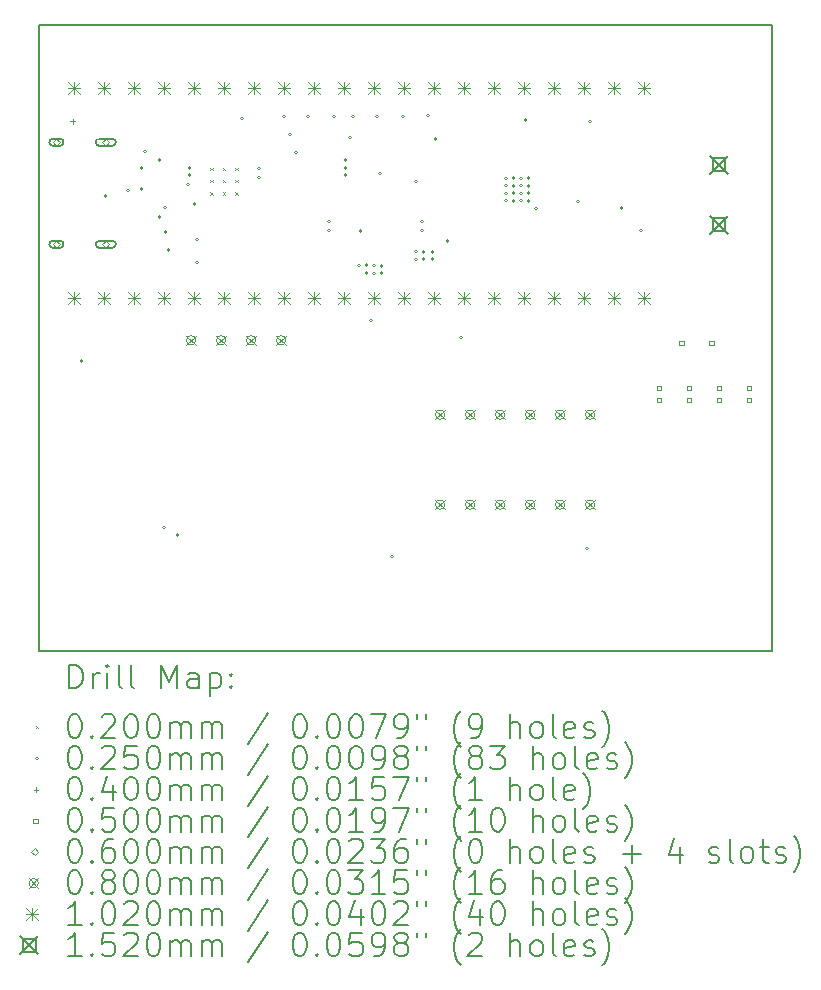
<source format=gbr>
%TF.GenerationSoftware,KiCad,Pcbnew,7.0.8-7.0.8~ubuntu22.04.1*%
%TF.CreationDate,2023-10-19T12:27:00+02:00*%
%TF.ProjectId,PD_Micro,50445f4d-6963-4726-9f2e-6b696361645f,rev?*%
%TF.SameCoordinates,Original*%
%TF.FileFunction,Drillmap*%
%TF.FilePolarity,Positive*%
%FSLAX45Y45*%
G04 Gerber Fmt 4.5, Leading zero omitted, Abs format (unit mm)*
G04 Created by KiCad (PCBNEW 7.0.8-7.0.8~ubuntu22.04.1) date 2023-10-19 12:27:00*
%MOMM*%
%LPD*%
G01*
G04 APERTURE LIST*
%ADD10C,0.150000*%
%ADD11C,0.200000*%
%ADD12C,0.020000*%
%ADD13C,0.025000*%
%ADD14C,0.040000*%
%ADD15C,0.050000*%
%ADD16C,0.060000*%
%ADD17C,0.080000*%
%ADD18C,0.102000*%
%ADD19C,0.152000*%
G04 APERTURE END LIST*
D10*
X23700000Y-14000000D02*
X17500000Y-14000000D01*
X17500000Y-11000000D01*
X17500000Y-10950400D01*
X17500000Y-9426400D01*
X17500000Y-9326400D01*
X17500000Y-8700000D01*
X23700000Y-8700000D01*
X23700000Y-14000000D01*
D11*
D12*
X18949000Y-9910000D02*
X18969000Y-9930000D01*
X18969000Y-9910000D02*
X18949000Y-9930000D01*
X18949000Y-10015000D02*
X18969000Y-10035000D01*
X18969000Y-10015000D02*
X18949000Y-10035000D01*
X18949000Y-10120000D02*
X18969000Y-10140000D01*
X18969000Y-10120000D02*
X18949000Y-10140000D01*
X19054000Y-9910000D02*
X19074000Y-9930000D01*
X19074000Y-9910000D02*
X19054000Y-9930000D01*
X19054000Y-10015000D02*
X19074000Y-10035000D01*
X19074000Y-10015000D02*
X19054000Y-10035000D01*
X19054000Y-10120000D02*
X19074000Y-10140000D01*
X19074000Y-10120000D02*
X19054000Y-10140000D01*
X19159000Y-9910000D02*
X19179000Y-9930000D01*
X19179000Y-9910000D02*
X19159000Y-9930000D01*
X19159000Y-10015000D02*
X19179000Y-10035000D01*
X19179000Y-10015000D02*
X19159000Y-10035000D01*
X19159000Y-10120000D02*
X19179000Y-10140000D01*
X19179000Y-10120000D02*
X19159000Y-10140000D01*
D13*
X17870000Y-11549400D02*
G75*
G03*
X17870000Y-11549400I-12500J0D01*
G01*
X18072800Y-10152000D02*
G75*
G03*
X18072800Y-10152000I-12500J0D01*
G01*
X18264100Y-10106550D02*
G75*
G03*
X18264100Y-10106550I-12500J0D01*
G01*
X18378000Y-9911100D02*
G75*
G03*
X18378000Y-9911100I-12500J0D01*
G01*
X18378000Y-10088900D02*
G75*
G03*
X18378000Y-10088900I-12500J0D01*
G01*
X18407227Y-9775227D02*
G75*
G03*
X18407227Y-9775227I-12500J0D01*
G01*
X18530400Y-9847600D02*
G75*
G03*
X18530400Y-9847600I-12500J0D01*
G01*
X18530400Y-10330200D02*
G75*
G03*
X18530400Y-10330200I-12500J0D01*
G01*
X18568500Y-12959100D02*
G75*
G03*
X18568500Y-12959100I-12500J0D01*
G01*
X18575867Y-10248889D02*
G75*
G03*
X18575867Y-10248889I-12500J0D01*
G01*
X18581200Y-10457200D02*
G75*
G03*
X18581200Y-10457200I-12500J0D01*
G01*
X18606600Y-10609600D02*
G75*
G03*
X18606600Y-10609600I-12500J0D01*
G01*
X18682800Y-13022600D02*
G75*
G03*
X18682800Y-13022600I-12500J0D01*
G01*
X18771700Y-10050800D02*
G75*
G03*
X18771700Y-10050800I-12500J0D01*
G01*
X18784400Y-9911100D02*
G75*
G03*
X18784400Y-9911100I-12500J0D01*
G01*
X18784400Y-9974600D02*
G75*
G03*
X18784400Y-9974600I-12500J0D01*
G01*
X18826650Y-10215900D02*
G75*
G03*
X18826650Y-10215900I-12500J0D01*
G01*
X18847900Y-10520700D02*
G75*
G03*
X18847900Y-10520700I-12500J0D01*
G01*
X18847900Y-10711200D02*
G75*
G03*
X18847900Y-10711200I-12500J0D01*
G01*
X19230300Y-9492000D02*
G75*
G03*
X19230300Y-9492000I-12500J0D01*
G01*
X19369611Y-9993169D02*
G75*
G03*
X19369611Y-9993169I-12500J0D01*
G01*
X19374641Y-9916952D02*
G75*
G03*
X19374641Y-9916952I-12500J0D01*
G01*
X19585900Y-9476550D02*
G75*
G03*
X19585900Y-9476550I-12500J0D01*
G01*
X19635300Y-9631700D02*
G75*
G03*
X19635300Y-9631700I-12500J0D01*
G01*
X19686100Y-9784100D02*
G75*
G03*
X19686100Y-9784100I-12500J0D01*
G01*
X19789100Y-9476550D02*
G75*
G03*
X19789100Y-9476550I-12500J0D01*
G01*
X19965500Y-10368300D02*
G75*
G03*
X19965500Y-10368300I-12500J0D01*
G01*
X19965500Y-10444500D02*
G75*
G03*
X19965500Y-10444500I-12500J0D01*
G01*
X20005000Y-9476550D02*
G75*
G03*
X20005000Y-9476550I-12500J0D01*
G01*
X20106600Y-9847600D02*
G75*
G03*
X20106600Y-9847600I-12500J0D01*
G01*
X20106600Y-9911100D02*
G75*
G03*
X20106600Y-9911100I-12500J0D01*
G01*
X20106600Y-9974600D02*
G75*
G03*
X20106600Y-9974600I-12500J0D01*
G01*
X20143300Y-9657100D02*
G75*
G03*
X20143300Y-9657100I-12500J0D01*
G01*
X20170100Y-9476550D02*
G75*
G03*
X20170100Y-9476550I-12500J0D01*
G01*
X20219500Y-10736600D02*
G75*
G03*
X20219500Y-10736600I-12500J0D01*
G01*
X20232200Y-10444500D02*
G75*
G03*
X20232200Y-10444500I-12500J0D01*
G01*
X20283000Y-10736600D02*
G75*
G03*
X20283000Y-10736600I-12500J0D01*
G01*
X20283000Y-10803650D02*
G75*
G03*
X20283000Y-10803650I-12500J0D01*
G01*
X20321100Y-11206500D02*
G75*
G03*
X20321100Y-11206500I-12500J0D01*
G01*
X20345285Y-10803650D02*
G75*
G03*
X20345285Y-10803650I-12500J0D01*
G01*
X20347106Y-10741226D02*
G75*
G03*
X20347106Y-10741226I-12500J0D01*
G01*
X20373300Y-9476550D02*
G75*
G03*
X20373300Y-9476550I-12500J0D01*
G01*
X20398686Y-9960514D02*
G75*
G03*
X20398686Y-9960514I-12500J0D01*
G01*
X20410000Y-10803650D02*
G75*
G03*
X20410000Y-10803650I-12500J0D01*
G01*
X20411126Y-10741292D02*
G75*
G03*
X20411126Y-10741292I-12500J0D01*
G01*
X20498900Y-13200400D02*
G75*
G03*
X20498900Y-13200400I-12500J0D01*
G01*
X20594864Y-9476550D02*
G75*
G03*
X20594864Y-9476550I-12500J0D01*
G01*
X20702100Y-10025400D02*
G75*
G03*
X20702100Y-10025400I-12500J0D01*
G01*
X20702100Y-10622300D02*
G75*
G03*
X20702100Y-10622300I-12500J0D01*
G01*
X20702100Y-10685800D02*
G75*
G03*
X20702100Y-10685800I-12500J0D01*
G01*
X20752900Y-10368300D02*
G75*
G03*
X20752900Y-10368300I-12500J0D01*
G01*
X20752900Y-10444500D02*
G75*
G03*
X20752900Y-10444500I-12500J0D01*
G01*
X20765600Y-10622300D02*
G75*
G03*
X20765600Y-10622300I-12500J0D01*
G01*
X20765600Y-10685800D02*
G75*
G03*
X20765600Y-10685800I-12500J0D01*
G01*
X20805100Y-9466600D02*
G75*
G03*
X20805100Y-9466600I-12500J0D01*
G01*
X20841800Y-10622300D02*
G75*
G03*
X20841800Y-10622300I-12500J0D01*
G01*
X20841800Y-10685800D02*
G75*
G03*
X20841800Y-10685800I-12500J0D01*
G01*
X20868600Y-9669800D02*
G75*
G03*
X20868600Y-9669800I-12500J0D01*
G01*
X20968800Y-10533400D02*
G75*
G03*
X20968800Y-10533400I-12500J0D01*
G01*
X21083100Y-11346200D02*
G75*
G03*
X21083100Y-11346200I-12500J0D01*
G01*
X21464100Y-10000000D02*
G75*
G03*
X21464100Y-10000000I-12500J0D01*
G01*
X21464100Y-10063500D02*
G75*
G03*
X21464100Y-10063500I-12500J0D01*
G01*
X21464100Y-10127000D02*
G75*
G03*
X21464100Y-10127000I-12500J0D01*
G01*
X21464100Y-10190500D02*
G75*
G03*
X21464100Y-10190500I-12500J0D01*
G01*
X21527600Y-10000000D02*
G75*
G03*
X21527600Y-10000000I-12500J0D01*
G01*
X21527600Y-10063500D02*
G75*
G03*
X21527600Y-10063500I-12500J0D01*
G01*
X21527600Y-10127000D02*
G75*
G03*
X21527600Y-10127000I-12500J0D01*
G01*
X21527600Y-10190500D02*
G75*
G03*
X21527600Y-10190500I-12500J0D01*
G01*
X21591100Y-10000000D02*
G75*
G03*
X21591100Y-10000000I-12500J0D01*
G01*
X21591100Y-10063500D02*
G75*
G03*
X21591100Y-10063500I-12500J0D01*
G01*
X21591100Y-10127000D02*
G75*
G03*
X21591100Y-10127000I-12500J0D01*
G01*
X21591100Y-10190500D02*
G75*
G03*
X21591100Y-10190500I-12500J0D01*
G01*
X21629200Y-9504700D02*
G75*
G03*
X21629200Y-9504700I-12500J0D01*
G01*
X21654600Y-10000000D02*
G75*
G03*
X21654600Y-10000000I-12500J0D01*
G01*
X21654600Y-10063500D02*
G75*
G03*
X21654600Y-10063500I-12500J0D01*
G01*
X21654600Y-10127000D02*
G75*
G03*
X21654600Y-10127000I-12500J0D01*
G01*
X21654600Y-10190500D02*
G75*
G03*
X21654600Y-10190500I-12500J0D01*
G01*
X21718100Y-10254250D02*
G75*
G03*
X21718100Y-10254250I-12500J0D01*
G01*
X22073700Y-10197200D02*
G75*
G03*
X22073700Y-10197200I-12500J0D01*
G01*
X22149900Y-13136900D02*
G75*
G03*
X22149900Y-13136900I-12500J0D01*
G01*
X22175300Y-9517400D02*
G75*
G03*
X22175300Y-9517400I-12500J0D01*
G01*
X22444253Y-10251213D02*
G75*
G03*
X22444253Y-10251213I-12500J0D01*
G01*
X22607150Y-10440673D02*
G75*
G03*
X22607150Y-10440673I-12500J0D01*
G01*
D14*
X17781300Y-9497400D02*
X17781300Y-9537400D01*
X17761300Y-9517400D02*
X17801300Y-9517400D01*
D15*
X22764678Y-11795678D02*
X22764678Y-11760322D01*
X22729322Y-11760322D01*
X22729322Y-11795678D01*
X22764678Y-11795678D01*
X22764678Y-11895678D02*
X22764678Y-11860322D01*
X22729322Y-11860322D01*
X22729322Y-11895678D01*
X22764678Y-11895678D01*
X22955178Y-11414678D02*
X22955178Y-11379322D01*
X22919822Y-11379322D01*
X22919822Y-11414678D01*
X22955178Y-11414678D01*
X23018678Y-11795678D02*
X23018678Y-11760322D01*
X22983322Y-11760322D01*
X22983322Y-11795678D01*
X23018678Y-11795678D01*
X23018678Y-11895678D02*
X23018678Y-11860322D01*
X22983322Y-11860322D01*
X22983322Y-11895678D01*
X23018678Y-11895678D01*
X23209178Y-11414678D02*
X23209178Y-11379322D01*
X23173822Y-11379322D01*
X23173822Y-11414678D01*
X23209178Y-11414678D01*
X23272678Y-11795678D02*
X23272678Y-11760322D01*
X23237322Y-11760322D01*
X23237322Y-11795678D01*
X23272678Y-11795678D01*
X23272678Y-11895678D02*
X23272678Y-11860322D01*
X23237322Y-11860322D01*
X23237322Y-11895678D01*
X23272678Y-11895678D01*
X23526678Y-11795678D02*
X23526678Y-11760322D01*
X23491322Y-11760322D01*
X23491322Y-11795678D01*
X23526678Y-11795678D01*
X23526678Y-11895678D02*
X23526678Y-11860322D01*
X23491322Y-11860322D01*
X23491322Y-11895678D01*
X23526678Y-11895678D01*
D16*
X17645500Y-9725000D02*
X17675500Y-9695000D01*
X17645500Y-9665000D01*
X17615500Y-9695000D01*
X17645500Y-9725000D01*
D11*
X17615500Y-9725000D02*
X17675500Y-9725000D01*
X17675500Y-9725000D02*
G75*
G03*
X17675500Y-9665000I0J30000D01*
G01*
X17675500Y-9665000D02*
X17615500Y-9665000D01*
X17615500Y-9665000D02*
G75*
G03*
X17615500Y-9725000I0J-30000D01*
G01*
D16*
X17645500Y-10589000D02*
X17675500Y-10559000D01*
X17645500Y-10529000D01*
X17615500Y-10559000D01*
X17645500Y-10589000D01*
D11*
X17615500Y-10589000D02*
X17675500Y-10589000D01*
X17675500Y-10589000D02*
G75*
G03*
X17675500Y-10529000I0J30000D01*
G01*
X17675500Y-10529000D02*
X17615500Y-10529000D01*
X17615500Y-10529000D02*
G75*
G03*
X17615500Y-10589000I0J-30000D01*
G01*
D16*
X18063500Y-9725000D02*
X18093500Y-9695000D01*
X18063500Y-9665000D01*
X18033500Y-9695000D01*
X18063500Y-9725000D01*
D11*
X18008500Y-9725000D02*
X18118500Y-9725000D01*
X18118500Y-9725000D02*
G75*
G03*
X18118500Y-9665000I0J30000D01*
G01*
X18118500Y-9665000D02*
X18008500Y-9665000D01*
X18008500Y-9665000D02*
G75*
G03*
X18008500Y-9725000I0J-30000D01*
G01*
D16*
X18063500Y-10589000D02*
X18093500Y-10559000D01*
X18063500Y-10529000D01*
X18033500Y-10559000D01*
X18063500Y-10589000D01*
D11*
X18008500Y-10589000D02*
X18118500Y-10589000D01*
X18118500Y-10589000D02*
G75*
G03*
X18118500Y-10529000I0J30000D01*
G01*
X18118500Y-10529000D02*
X18008500Y-10529000D01*
X18008500Y-10529000D02*
G75*
G03*
X18008500Y-10589000I0J-30000D01*
G01*
D17*
X18744600Y-11331600D02*
X18824600Y-11411600D01*
X18824600Y-11331600D02*
X18744600Y-11411600D01*
X18824600Y-11371600D02*
G75*
G03*
X18824600Y-11371600I-40000J0D01*
G01*
X18998600Y-11331600D02*
X19078600Y-11411600D01*
X19078600Y-11331600D02*
X18998600Y-11411600D01*
X19078600Y-11371600D02*
G75*
G03*
X19078600Y-11371600I-40000J0D01*
G01*
X19252600Y-11331600D02*
X19332600Y-11411600D01*
X19332600Y-11331600D02*
X19252600Y-11411600D01*
X19332600Y-11371600D02*
G75*
G03*
X19332600Y-11371600I-40000J0D01*
G01*
X19506600Y-11331600D02*
X19586600Y-11411600D01*
X19586600Y-11331600D02*
X19506600Y-11411600D01*
X19586600Y-11371600D02*
G75*
G03*
X19586600Y-11371600I-40000J0D01*
G01*
X20852800Y-11962350D02*
X20932800Y-12042350D01*
X20932800Y-11962350D02*
X20852800Y-12042350D01*
X20932800Y-12002350D02*
G75*
G03*
X20932800Y-12002350I-40000J0D01*
G01*
X20852800Y-12724350D02*
X20932800Y-12804350D01*
X20932800Y-12724350D02*
X20852800Y-12804350D01*
X20932800Y-12764350D02*
G75*
G03*
X20932800Y-12764350I-40000J0D01*
G01*
X21106800Y-11962350D02*
X21186800Y-12042350D01*
X21186800Y-11962350D02*
X21106800Y-12042350D01*
X21186800Y-12002350D02*
G75*
G03*
X21186800Y-12002350I-40000J0D01*
G01*
X21106800Y-12724350D02*
X21186800Y-12804350D01*
X21186800Y-12724350D02*
X21106800Y-12804350D01*
X21186800Y-12764350D02*
G75*
G03*
X21186800Y-12764350I-40000J0D01*
G01*
X21360800Y-11962350D02*
X21440800Y-12042350D01*
X21440800Y-11962350D02*
X21360800Y-12042350D01*
X21440800Y-12002350D02*
G75*
G03*
X21440800Y-12002350I-40000J0D01*
G01*
X21360800Y-12724350D02*
X21440800Y-12804350D01*
X21440800Y-12724350D02*
X21360800Y-12804350D01*
X21440800Y-12764350D02*
G75*
G03*
X21440800Y-12764350I-40000J0D01*
G01*
X21614800Y-11962350D02*
X21694800Y-12042350D01*
X21694800Y-11962350D02*
X21614800Y-12042350D01*
X21694800Y-12002350D02*
G75*
G03*
X21694800Y-12002350I-40000J0D01*
G01*
X21614800Y-12724350D02*
X21694800Y-12804350D01*
X21694800Y-12724350D02*
X21614800Y-12804350D01*
X21694800Y-12764350D02*
G75*
G03*
X21694800Y-12764350I-40000J0D01*
G01*
X21868800Y-11962350D02*
X21948800Y-12042350D01*
X21948800Y-11962350D02*
X21868800Y-12042350D01*
X21948800Y-12002350D02*
G75*
G03*
X21948800Y-12002350I-40000J0D01*
G01*
X21868800Y-12724350D02*
X21948800Y-12804350D01*
X21948800Y-12724350D02*
X21868800Y-12804350D01*
X21948800Y-12764350D02*
G75*
G03*
X21948800Y-12764350I-40000J0D01*
G01*
X22122800Y-11962350D02*
X22202800Y-12042350D01*
X22202800Y-11962350D02*
X22122800Y-12042350D01*
X22202800Y-12002350D02*
G75*
G03*
X22202800Y-12002350I-40000J0D01*
G01*
X22122800Y-12724350D02*
X22202800Y-12804350D01*
X22202800Y-12724350D02*
X22122800Y-12804350D01*
X22202800Y-12764350D02*
G75*
G03*
X22202800Y-12764350I-40000J0D01*
G01*
D18*
X17743000Y-9187000D02*
X17845000Y-9289000D01*
X17845000Y-9187000D02*
X17743000Y-9289000D01*
X17794000Y-9187000D02*
X17794000Y-9289000D01*
X17743000Y-9238000D02*
X17845000Y-9238000D01*
X17743000Y-10965000D02*
X17845000Y-11067000D01*
X17845000Y-10965000D02*
X17743000Y-11067000D01*
X17794000Y-10965000D02*
X17794000Y-11067000D01*
X17743000Y-11016000D02*
X17845000Y-11016000D01*
X17997000Y-9187000D02*
X18099000Y-9289000D01*
X18099000Y-9187000D02*
X17997000Y-9289000D01*
X18048000Y-9187000D02*
X18048000Y-9289000D01*
X17997000Y-9238000D02*
X18099000Y-9238000D01*
X17997000Y-10965000D02*
X18099000Y-11067000D01*
X18099000Y-10965000D02*
X17997000Y-11067000D01*
X18048000Y-10965000D02*
X18048000Y-11067000D01*
X17997000Y-11016000D02*
X18099000Y-11016000D01*
X18251000Y-9187000D02*
X18353000Y-9289000D01*
X18353000Y-9187000D02*
X18251000Y-9289000D01*
X18302000Y-9187000D02*
X18302000Y-9289000D01*
X18251000Y-9238000D02*
X18353000Y-9238000D01*
X18251000Y-10965000D02*
X18353000Y-11067000D01*
X18353000Y-10965000D02*
X18251000Y-11067000D01*
X18302000Y-10965000D02*
X18302000Y-11067000D01*
X18251000Y-11016000D02*
X18353000Y-11016000D01*
X18505000Y-9187000D02*
X18607000Y-9289000D01*
X18607000Y-9187000D02*
X18505000Y-9289000D01*
X18556000Y-9187000D02*
X18556000Y-9289000D01*
X18505000Y-9238000D02*
X18607000Y-9238000D01*
X18505000Y-10965000D02*
X18607000Y-11067000D01*
X18607000Y-10965000D02*
X18505000Y-11067000D01*
X18556000Y-10965000D02*
X18556000Y-11067000D01*
X18505000Y-11016000D02*
X18607000Y-11016000D01*
X18759000Y-9187000D02*
X18861000Y-9289000D01*
X18861000Y-9187000D02*
X18759000Y-9289000D01*
X18810000Y-9187000D02*
X18810000Y-9289000D01*
X18759000Y-9238000D02*
X18861000Y-9238000D01*
X18759000Y-10965000D02*
X18861000Y-11067000D01*
X18861000Y-10965000D02*
X18759000Y-11067000D01*
X18810000Y-10965000D02*
X18810000Y-11067000D01*
X18759000Y-11016000D02*
X18861000Y-11016000D01*
X19013000Y-9187000D02*
X19115000Y-9289000D01*
X19115000Y-9187000D02*
X19013000Y-9289000D01*
X19064000Y-9187000D02*
X19064000Y-9289000D01*
X19013000Y-9238000D02*
X19115000Y-9238000D01*
X19013000Y-10965000D02*
X19115000Y-11067000D01*
X19115000Y-10965000D02*
X19013000Y-11067000D01*
X19064000Y-10965000D02*
X19064000Y-11067000D01*
X19013000Y-11016000D02*
X19115000Y-11016000D01*
X19267000Y-9187000D02*
X19369000Y-9289000D01*
X19369000Y-9187000D02*
X19267000Y-9289000D01*
X19318000Y-9187000D02*
X19318000Y-9289000D01*
X19267000Y-9238000D02*
X19369000Y-9238000D01*
X19267000Y-10965000D02*
X19369000Y-11067000D01*
X19369000Y-10965000D02*
X19267000Y-11067000D01*
X19318000Y-10965000D02*
X19318000Y-11067000D01*
X19267000Y-11016000D02*
X19369000Y-11016000D01*
X19521000Y-9187000D02*
X19623000Y-9289000D01*
X19623000Y-9187000D02*
X19521000Y-9289000D01*
X19572000Y-9187000D02*
X19572000Y-9289000D01*
X19521000Y-9238000D02*
X19623000Y-9238000D01*
X19521000Y-10965000D02*
X19623000Y-11067000D01*
X19623000Y-10965000D02*
X19521000Y-11067000D01*
X19572000Y-10965000D02*
X19572000Y-11067000D01*
X19521000Y-11016000D02*
X19623000Y-11016000D01*
X19775000Y-9187000D02*
X19877000Y-9289000D01*
X19877000Y-9187000D02*
X19775000Y-9289000D01*
X19826000Y-9187000D02*
X19826000Y-9289000D01*
X19775000Y-9238000D02*
X19877000Y-9238000D01*
X19775000Y-10965000D02*
X19877000Y-11067000D01*
X19877000Y-10965000D02*
X19775000Y-11067000D01*
X19826000Y-10965000D02*
X19826000Y-11067000D01*
X19775000Y-11016000D02*
X19877000Y-11016000D01*
X20029000Y-9187000D02*
X20131000Y-9289000D01*
X20131000Y-9187000D02*
X20029000Y-9289000D01*
X20080000Y-9187000D02*
X20080000Y-9289000D01*
X20029000Y-9238000D02*
X20131000Y-9238000D01*
X20029000Y-10965000D02*
X20131000Y-11067000D01*
X20131000Y-10965000D02*
X20029000Y-11067000D01*
X20080000Y-10965000D02*
X20080000Y-11067000D01*
X20029000Y-11016000D02*
X20131000Y-11016000D01*
X20283000Y-9187000D02*
X20385000Y-9289000D01*
X20385000Y-9187000D02*
X20283000Y-9289000D01*
X20334000Y-9187000D02*
X20334000Y-9289000D01*
X20283000Y-9238000D02*
X20385000Y-9238000D01*
X20283000Y-10965000D02*
X20385000Y-11067000D01*
X20385000Y-10965000D02*
X20283000Y-11067000D01*
X20334000Y-10965000D02*
X20334000Y-11067000D01*
X20283000Y-11016000D02*
X20385000Y-11016000D01*
X20537000Y-9187000D02*
X20639000Y-9289000D01*
X20639000Y-9187000D02*
X20537000Y-9289000D01*
X20588000Y-9187000D02*
X20588000Y-9289000D01*
X20537000Y-9238000D02*
X20639000Y-9238000D01*
X20537000Y-10965000D02*
X20639000Y-11067000D01*
X20639000Y-10965000D02*
X20537000Y-11067000D01*
X20588000Y-10965000D02*
X20588000Y-11067000D01*
X20537000Y-11016000D02*
X20639000Y-11016000D01*
X20791000Y-9187000D02*
X20893000Y-9289000D01*
X20893000Y-9187000D02*
X20791000Y-9289000D01*
X20842000Y-9187000D02*
X20842000Y-9289000D01*
X20791000Y-9238000D02*
X20893000Y-9238000D01*
X20791000Y-10965000D02*
X20893000Y-11067000D01*
X20893000Y-10965000D02*
X20791000Y-11067000D01*
X20842000Y-10965000D02*
X20842000Y-11067000D01*
X20791000Y-11016000D02*
X20893000Y-11016000D01*
X21045000Y-9187000D02*
X21147000Y-9289000D01*
X21147000Y-9187000D02*
X21045000Y-9289000D01*
X21096000Y-9187000D02*
X21096000Y-9289000D01*
X21045000Y-9238000D02*
X21147000Y-9238000D01*
X21045000Y-10965000D02*
X21147000Y-11067000D01*
X21147000Y-10965000D02*
X21045000Y-11067000D01*
X21096000Y-10965000D02*
X21096000Y-11067000D01*
X21045000Y-11016000D02*
X21147000Y-11016000D01*
X21299000Y-9187000D02*
X21401000Y-9289000D01*
X21401000Y-9187000D02*
X21299000Y-9289000D01*
X21350000Y-9187000D02*
X21350000Y-9289000D01*
X21299000Y-9238000D02*
X21401000Y-9238000D01*
X21299000Y-10965000D02*
X21401000Y-11067000D01*
X21401000Y-10965000D02*
X21299000Y-11067000D01*
X21350000Y-10965000D02*
X21350000Y-11067000D01*
X21299000Y-11016000D02*
X21401000Y-11016000D01*
X21553000Y-9187000D02*
X21655000Y-9289000D01*
X21655000Y-9187000D02*
X21553000Y-9289000D01*
X21604000Y-9187000D02*
X21604000Y-9289000D01*
X21553000Y-9238000D02*
X21655000Y-9238000D01*
X21553000Y-10965000D02*
X21655000Y-11067000D01*
X21655000Y-10965000D02*
X21553000Y-11067000D01*
X21604000Y-10965000D02*
X21604000Y-11067000D01*
X21553000Y-11016000D02*
X21655000Y-11016000D01*
X21807000Y-9187000D02*
X21909000Y-9289000D01*
X21909000Y-9187000D02*
X21807000Y-9289000D01*
X21858000Y-9187000D02*
X21858000Y-9289000D01*
X21807000Y-9238000D02*
X21909000Y-9238000D01*
X21807000Y-10965000D02*
X21909000Y-11067000D01*
X21909000Y-10965000D02*
X21807000Y-11067000D01*
X21858000Y-10965000D02*
X21858000Y-11067000D01*
X21807000Y-11016000D02*
X21909000Y-11016000D01*
X22061000Y-9187000D02*
X22163000Y-9289000D01*
X22163000Y-9187000D02*
X22061000Y-9289000D01*
X22112000Y-9187000D02*
X22112000Y-9289000D01*
X22061000Y-9238000D02*
X22163000Y-9238000D01*
X22061000Y-10965000D02*
X22163000Y-11067000D01*
X22163000Y-10965000D02*
X22061000Y-11067000D01*
X22112000Y-10965000D02*
X22112000Y-11067000D01*
X22061000Y-11016000D02*
X22163000Y-11016000D01*
X22315000Y-9187000D02*
X22417000Y-9289000D01*
X22417000Y-9187000D02*
X22315000Y-9289000D01*
X22366000Y-9187000D02*
X22366000Y-9289000D01*
X22315000Y-9238000D02*
X22417000Y-9238000D01*
X22315000Y-10965000D02*
X22417000Y-11067000D01*
X22417000Y-10965000D02*
X22315000Y-11067000D01*
X22366000Y-10965000D02*
X22366000Y-11067000D01*
X22315000Y-11016000D02*
X22417000Y-11016000D01*
X22569000Y-9187000D02*
X22671000Y-9289000D01*
X22671000Y-9187000D02*
X22569000Y-9289000D01*
X22620000Y-9187000D02*
X22620000Y-9289000D01*
X22569000Y-9238000D02*
X22671000Y-9238000D01*
X22569000Y-10965000D02*
X22671000Y-11067000D01*
X22671000Y-10965000D02*
X22569000Y-11067000D01*
X22620000Y-10965000D02*
X22620000Y-11067000D01*
X22569000Y-11016000D02*
X22671000Y-11016000D01*
D19*
X23179000Y-9809700D02*
X23331000Y-9961700D01*
X23331000Y-9809700D02*
X23179000Y-9961700D01*
X23308741Y-9939441D02*
X23308741Y-9831959D01*
X23201259Y-9831959D01*
X23201259Y-9939441D01*
X23308741Y-9939441D01*
X23179000Y-10317700D02*
X23331000Y-10469700D01*
X23331000Y-10317700D02*
X23179000Y-10469700D01*
X23308741Y-10447441D02*
X23308741Y-10339959D01*
X23201259Y-10339959D01*
X23201259Y-10447441D01*
X23308741Y-10447441D01*
D11*
X17753277Y-14318984D02*
X17753277Y-14118984D01*
X17753277Y-14118984D02*
X17800896Y-14118984D01*
X17800896Y-14118984D02*
X17829467Y-14128508D01*
X17829467Y-14128508D02*
X17848515Y-14147555D01*
X17848515Y-14147555D02*
X17858039Y-14166603D01*
X17858039Y-14166603D02*
X17867563Y-14204698D01*
X17867563Y-14204698D02*
X17867563Y-14233269D01*
X17867563Y-14233269D02*
X17858039Y-14271365D01*
X17858039Y-14271365D02*
X17848515Y-14290412D01*
X17848515Y-14290412D02*
X17829467Y-14309460D01*
X17829467Y-14309460D02*
X17800896Y-14318984D01*
X17800896Y-14318984D02*
X17753277Y-14318984D01*
X17953277Y-14318984D02*
X17953277Y-14185650D01*
X17953277Y-14223746D02*
X17962801Y-14204698D01*
X17962801Y-14204698D02*
X17972324Y-14195174D01*
X17972324Y-14195174D02*
X17991372Y-14185650D01*
X17991372Y-14185650D02*
X18010420Y-14185650D01*
X18077086Y-14318984D02*
X18077086Y-14185650D01*
X18077086Y-14118984D02*
X18067563Y-14128508D01*
X18067563Y-14128508D02*
X18077086Y-14138031D01*
X18077086Y-14138031D02*
X18086610Y-14128508D01*
X18086610Y-14128508D02*
X18077086Y-14118984D01*
X18077086Y-14118984D02*
X18077086Y-14138031D01*
X18200896Y-14318984D02*
X18181848Y-14309460D01*
X18181848Y-14309460D02*
X18172324Y-14290412D01*
X18172324Y-14290412D02*
X18172324Y-14118984D01*
X18305658Y-14318984D02*
X18286610Y-14309460D01*
X18286610Y-14309460D02*
X18277086Y-14290412D01*
X18277086Y-14290412D02*
X18277086Y-14118984D01*
X18534229Y-14318984D02*
X18534229Y-14118984D01*
X18534229Y-14118984D02*
X18600896Y-14261841D01*
X18600896Y-14261841D02*
X18667563Y-14118984D01*
X18667563Y-14118984D02*
X18667563Y-14318984D01*
X18848515Y-14318984D02*
X18848515Y-14214222D01*
X18848515Y-14214222D02*
X18838991Y-14195174D01*
X18838991Y-14195174D02*
X18819944Y-14185650D01*
X18819944Y-14185650D02*
X18781848Y-14185650D01*
X18781848Y-14185650D02*
X18762801Y-14195174D01*
X18848515Y-14309460D02*
X18829467Y-14318984D01*
X18829467Y-14318984D02*
X18781848Y-14318984D01*
X18781848Y-14318984D02*
X18762801Y-14309460D01*
X18762801Y-14309460D02*
X18753277Y-14290412D01*
X18753277Y-14290412D02*
X18753277Y-14271365D01*
X18753277Y-14271365D02*
X18762801Y-14252317D01*
X18762801Y-14252317D02*
X18781848Y-14242793D01*
X18781848Y-14242793D02*
X18829467Y-14242793D01*
X18829467Y-14242793D02*
X18848515Y-14233269D01*
X18943753Y-14185650D02*
X18943753Y-14385650D01*
X18943753Y-14195174D02*
X18962801Y-14185650D01*
X18962801Y-14185650D02*
X19000896Y-14185650D01*
X19000896Y-14185650D02*
X19019944Y-14195174D01*
X19019944Y-14195174D02*
X19029467Y-14204698D01*
X19029467Y-14204698D02*
X19038991Y-14223746D01*
X19038991Y-14223746D02*
X19038991Y-14280888D01*
X19038991Y-14280888D02*
X19029467Y-14299936D01*
X19029467Y-14299936D02*
X19019944Y-14309460D01*
X19019944Y-14309460D02*
X19000896Y-14318984D01*
X19000896Y-14318984D02*
X18962801Y-14318984D01*
X18962801Y-14318984D02*
X18943753Y-14309460D01*
X19124705Y-14299936D02*
X19134229Y-14309460D01*
X19134229Y-14309460D02*
X19124705Y-14318984D01*
X19124705Y-14318984D02*
X19115182Y-14309460D01*
X19115182Y-14309460D02*
X19124705Y-14299936D01*
X19124705Y-14299936D02*
X19124705Y-14318984D01*
X19124705Y-14195174D02*
X19134229Y-14204698D01*
X19134229Y-14204698D02*
X19124705Y-14214222D01*
X19124705Y-14214222D02*
X19115182Y-14204698D01*
X19115182Y-14204698D02*
X19124705Y-14195174D01*
X19124705Y-14195174D02*
X19124705Y-14214222D01*
D12*
X17472500Y-14637500D02*
X17492500Y-14657500D01*
X17492500Y-14637500D02*
X17472500Y-14657500D01*
D11*
X17791372Y-14538984D02*
X17810420Y-14538984D01*
X17810420Y-14538984D02*
X17829467Y-14548508D01*
X17829467Y-14548508D02*
X17838991Y-14558031D01*
X17838991Y-14558031D02*
X17848515Y-14577079D01*
X17848515Y-14577079D02*
X17858039Y-14615174D01*
X17858039Y-14615174D02*
X17858039Y-14662793D01*
X17858039Y-14662793D02*
X17848515Y-14700888D01*
X17848515Y-14700888D02*
X17838991Y-14719936D01*
X17838991Y-14719936D02*
X17829467Y-14729460D01*
X17829467Y-14729460D02*
X17810420Y-14738984D01*
X17810420Y-14738984D02*
X17791372Y-14738984D01*
X17791372Y-14738984D02*
X17772324Y-14729460D01*
X17772324Y-14729460D02*
X17762801Y-14719936D01*
X17762801Y-14719936D02*
X17753277Y-14700888D01*
X17753277Y-14700888D02*
X17743753Y-14662793D01*
X17743753Y-14662793D02*
X17743753Y-14615174D01*
X17743753Y-14615174D02*
X17753277Y-14577079D01*
X17753277Y-14577079D02*
X17762801Y-14558031D01*
X17762801Y-14558031D02*
X17772324Y-14548508D01*
X17772324Y-14548508D02*
X17791372Y-14538984D01*
X17943753Y-14719936D02*
X17953277Y-14729460D01*
X17953277Y-14729460D02*
X17943753Y-14738984D01*
X17943753Y-14738984D02*
X17934229Y-14729460D01*
X17934229Y-14729460D02*
X17943753Y-14719936D01*
X17943753Y-14719936D02*
X17943753Y-14738984D01*
X18029467Y-14558031D02*
X18038991Y-14548508D01*
X18038991Y-14548508D02*
X18058039Y-14538984D01*
X18058039Y-14538984D02*
X18105658Y-14538984D01*
X18105658Y-14538984D02*
X18124705Y-14548508D01*
X18124705Y-14548508D02*
X18134229Y-14558031D01*
X18134229Y-14558031D02*
X18143753Y-14577079D01*
X18143753Y-14577079D02*
X18143753Y-14596127D01*
X18143753Y-14596127D02*
X18134229Y-14624698D01*
X18134229Y-14624698D02*
X18019944Y-14738984D01*
X18019944Y-14738984D02*
X18143753Y-14738984D01*
X18267563Y-14538984D02*
X18286610Y-14538984D01*
X18286610Y-14538984D02*
X18305658Y-14548508D01*
X18305658Y-14548508D02*
X18315182Y-14558031D01*
X18315182Y-14558031D02*
X18324705Y-14577079D01*
X18324705Y-14577079D02*
X18334229Y-14615174D01*
X18334229Y-14615174D02*
X18334229Y-14662793D01*
X18334229Y-14662793D02*
X18324705Y-14700888D01*
X18324705Y-14700888D02*
X18315182Y-14719936D01*
X18315182Y-14719936D02*
X18305658Y-14729460D01*
X18305658Y-14729460D02*
X18286610Y-14738984D01*
X18286610Y-14738984D02*
X18267563Y-14738984D01*
X18267563Y-14738984D02*
X18248515Y-14729460D01*
X18248515Y-14729460D02*
X18238991Y-14719936D01*
X18238991Y-14719936D02*
X18229467Y-14700888D01*
X18229467Y-14700888D02*
X18219944Y-14662793D01*
X18219944Y-14662793D02*
X18219944Y-14615174D01*
X18219944Y-14615174D02*
X18229467Y-14577079D01*
X18229467Y-14577079D02*
X18238991Y-14558031D01*
X18238991Y-14558031D02*
X18248515Y-14548508D01*
X18248515Y-14548508D02*
X18267563Y-14538984D01*
X18458039Y-14538984D02*
X18477086Y-14538984D01*
X18477086Y-14538984D02*
X18496134Y-14548508D01*
X18496134Y-14548508D02*
X18505658Y-14558031D01*
X18505658Y-14558031D02*
X18515182Y-14577079D01*
X18515182Y-14577079D02*
X18524705Y-14615174D01*
X18524705Y-14615174D02*
X18524705Y-14662793D01*
X18524705Y-14662793D02*
X18515182Y-14700888D01*
X18515182Y-14700888D02*
X18505658Y-14719936D01*
X18505658Y-14719936D02*
X18496134Y-14729460D01*
X18496134Y-14729460D02*
X18477086Y-14738984D01*
X18477086Y-14738984D02*
X18458039Y-14738984D01*
X18458039Y-14738984D02*
X18438991Y-14729460D01*
X18438991Y-14729460D02*
X18429467Y-14719936D01*
X18429467Y-14719936D02*
X18419944Y-14700888D01*
X18419944Y-14700888D02*
X18410420Y-14662793D01*
X18410420Y-14662793D02*
X18410420Y-14615174D01*
X18410420Y-14615174D02*
X18419944Y-14577079D01*
X18419944Y-14577079D02*
X18429467Y-14558031D01*
X18429467Y-14558031D02*
X18438991Y-14548508D01*
X18438991Y-14548508D02*
X18458039Y-14538984D01*
X18610420Y-14738984D02*
X18610420Y-14605650D01*
X18610420Y-14624698D02*
X18619944Y-14615174D01*
X18619944Y-14615174D02*
X18638991Y-14605650D01*
X18638991Y-14605650D02*
X18667563Y-14605650D01*
X18667563Y-14605650D02*
X18686610Y-14615174D01*
X18686610Y-14615174D02*
X18696134Y-14634222D01*
X18696134Y-14634222D02*
X18696134Y-14738984D01*
X18696134Y-14634222D02*
X18705658Y-14615174D01*
X18705658Y-14615174D02*
X18724705Y-14605650D01*
X18724705Y-14605650D02*
X18753277Y-14605650D01*
X18753277Y-14605650D02*
X18772325Y-14615174D01*
X18772325Y-14615174D02*
X18781848Y-14634222D01*
X18781848Y-14634222D02*
X18781848Y-14738984D01*
X18877086Y-14738984D02*
X18877086Y-14605650D01*
X18877086Y-14624698D02*
X18886610Y-14615174D01*
X18886610Y-14615174D02*
X18905658Y-14605650D01*
X18905658Y-14605650D02*
X18934229Y-14605650D01*
X18934229Y-14605650D02*
X18953277Y-14615174D01*
X18953277Y-14615174D02*
X18962801Y-14634222D01*
X18962801Y-14634222D02*
X18962801Y-14738984D01*
X18962801Y-14634222D02*
X18972325Y-14615174D01*
X18972325Y-14615174D02*
X18991372Y-14605650D01*
X18991372Y-14605650D02*
X19019944Y-14605650D01*
X19019944Y-14605650D02*
X19038991Y-14615174D01*
X19038991Y-14615174D02*
X19048515Y-14634222D01*
X19048515Y-14634222D02*
X19048515Y-14738984D01*
X19438991Y-14529460D02*
X19267563Y-14786603D01*
X19696134Y-14538984D02*
X19715182Y-14538984D01*
X19715182Y-14538984D02*
X19734229Y-14548508D01*
X19734229Y-14548508D02*
X19743753Y-14558031D01*
X19743753Y-14558031D02*
X19753277Y-14577079D01*
X19753277Y-14577079D02*
X19762801Y-14615174D01*
X19762801Y-14615174D02*
X19762801Y-14662793D01*
X19762801Y-14662793D02*
X19753277Y-14700888D01*
X19753277Y-14700888D02*
X19743753Y-14719936D01*
X19743753Y-14719936D02*
X19734229Y-14729460D01*
X19734229Y-14729460D02*
X19715182Y-14738984D01*
X19715182Y-14738984D02*
X19696134Y-14738984D01*
X19696134Y-14738984D02*
X19677087Y-14729460D01*
X19677087Y-14729460D02*
X19667563Y-14719936D01*
X19667563Y-14719936D02*
X19658039Y-14700888D01*
X19658039Y-14700888D02*
X19648515Y-14662793D01*
X19648515Y-14662793D02*
X19648515Y-14615174D01*
X19648515Y-14615174D02*
X19658039Y-14577079D01*
X19658039Y-14577079D02*
X19667563Y-14558031D01*
X19667563Y-14558031D02*
X19677087Y-14548508D01*
X19677087Y-14548508D02*
X19696134Y-14538984D01*
X19848515Y-14719936D02*
X19858039Y-14729460D01*
X19858039Y-14729460D02*
X19848515Y-14738984D01*
X19848515Y-14738984D02*
X19838991Y-14729460D01*
X19838991Y-14729460D02*
X19848515Y-14719936D01*
X19848515Y-14719936D02*
X19848515Y-14738984D01*
X19981848Y-14538984D02*
X20000896Y-14538984D01*
X20000896Y-14538984D02*
X20019944Y-14548508D01*
X20019944Y-14548508D02*
X20029468Y-14558031D01*
X20029468Y-14558031D02*
X20038991Y-14577079D01*
X20038991Y-14577079D02*
X20048515Y-14615174D01*
X20048515Y-14615174D02*
X20048515Y-14662793D01*
X20048515Y-14662793D02*
X20038991Y-14700888D01*
X20038991Y-14700888D02*
X20029468Y-14719936D01*
X20029468Y-14719936D02*
X20019944Y-14729460D01*
X20019944Y-14729460D02*
X20000896Y-14738984D01*
X20000896Y-14738984D02*
X19981848Y-14738984D01*
X19981848Y-14738984D02*
X19962801Y-14729460D01*
X19962801Y-14729460D02*
X19953277Y-14719936D01*
X19953277Y-14719936D02*
X19943753Y-14700888D01*
X19943753Y-14700888D02*
X19934229Y-14662793D01*
X19934229Y-14662793D02*
X19934229Y-14615174D01*
X19934229Y-14615174D02*
X19943753Y-14577079D01*
X19943753Y-14577079D02*
X19953277Y-14558031D01*
X19953277Y-14558031D02*
X19962801Y-14548508D01*
X19962801Y-14548508D02*
X19981848Y-14538984D01*
X20172325Y-14538984D02*
X20191372Y-14538984D01*
X20191372Y-14538984D02*
X20210420Y-14548508D01*
X20210420Y-14548508D02*
X20219944Y-14558031D01*
X20219944Y-14558031D02*
X20229468Y-14577079D01*
X20229468Y-14577079D02*
X20238991Y-14615174D01*
X20238991Y-14615174D02*
X20238991Y-14662793D01*
X20238991Y-14662793D02*
X20229468Y-14700888D01*
X20229468Y-14700888D02*
X20219944Y-14719936D01*
X20219944Y-14719936D02*
X20210420Y-14729460D01*
X20210420Y-14729460D02*
X20191372Y-14738984D01*
X20191372Y-14738984D02*
X20172325Y-14738984D01*
X20172325Y-14738984D02*
X20153277Y-14729460D01*
X20153277Y-14729460D02*
X20143753Y-14719936D01*
X20143753Y-14719936D02*
X20134229Y-14700888D01*
X20134229Y-14700888D02*
X20124706Y-14662793D01*
X20124706Y-14662793D02*
X20124706Y-14615174D01*
X20124706Y-14615174D02*
X20134229Y-14577079D01*
X20134229Y-14577079D02*
X20143753Y-14558031D01*
X20143753Y-14558031D02*
X20153277Y-14548508D01*
X20153277Y-14548508D02*
X20172325Y-14538984D01*
X20305658Y-14538984D02*
X20438991Y-14538984D01*
X20438991Y-14538984D02*
X20353277Y-14738984D01*
X20524706Y-14738984D02*
X20562801Y-14738984D01*
X20562801Y-14738984D02*
X20581849Y-14729460D01*
X20581849Y-14729460D02*
X20591372Y-14719936D01*
X20591372Y-14719936D02*
X20610420Y-14691365D01*
X20610420Y-14691365D02*
X20619944Y-14653269D01*
X20619944Y-14653269D02*
X20619944Y-14577079D01*
X20619944Y-14577079D02*
X20610420Y-14558031D01*
X20610420Y-14558031D02*
X20600896Y-14548508D01*
X20600896Y-14548508D02*
X20581849Y-14538984D01*
X20581849Y-14538984D02*
X20543753Y-14538984D01*
X20543753Y-14538984D02*
X20524706Y-14548508D01*
X20524706Y-14548508D02*
X20515182Y-14558031D01*
X20515182Y-14558031D02*
X20505658Y-14577079D01*
X20505658Y-14577079D02*
X20505658Y-14624698D01*
X20505658Y-14624698D02*
X20515182Y-14643746D01*
X20515182Y-14643746D02*
X20524706Y-14653269D01*
X20524706Y-14653269D02*
X20543753Y-14662793D01*
X20543753Y-14662793D02*
X20581849Y-14662793D01*
X20581849Y-14662793D02*
X20600896Y-14653269D01*
X20600896Y-14653269D02*
X20610420Y-14643746D01*
X20610420Y-14643746D02*
X20619944Y-14624698D01*
X20696134Y-14538984D02*
X20696134Y-14577079D01*
X20772325Y-14538984D02*
X20772325Y-14577079D01*
X21067563Y-14815174D02*
X21058039Y-14805650D01*
X21058039Y-14805650D02*
X21038991Y-14777079D01*
X21038991Y-14777079D02*
X21029468Y-14758031D01*
X21029468Y-14758031D02*
X21019944Y-14729460D01*
X21019944Y-14729460D02*
X21010420Y-14681841D01*
X21010420Y-14681841D02*
X21010420Y-14643746D01*
X21010420Y-14643746D02*
X21019944Y-14596127D01*
X21019944Y-14596127D02*
X21029468Y-14567555D01*
X21029468Y-14567555D02*
X21038991Y-14548508D01*
X21038991Y-14548508D02*
X21058039Y-14519936D01*
X21058039Y-14519936D02*
X21067563Y-14510412D01*
X21153277Y-14738984D02*
X21191372Y-14738984D01*
X21191372Y-14738984D02*
X21210420Y-14729460D01*
X21210420Y-14729460D02*
X21219944Y-14719936D01*
X21219944Y-14719936D02*
X21238991Y-14691365D01*
X21238991Y-14691365D02*
X21248515Y-14653269D01*
X21248515Y-14653269D02*
X21248515Y-14577079D01*
X21248515Y-14577079D02*
X21238991Y-14558031D01*
X21238991Y-14558031D02*
X21229468Y-14548508D01*
X21229468Y-14548508D02*
X21210420Y-14538984D01*
X21210420Y-14538984D02*
X21172325Y-14538984D01*
X21172325Y-14538984D02*
X21153277Y-14548508D01*
X21153277Y-14548508D02*
X21143753Y-14558031D01*
X21143753Y-14558031D02*
X21134230Y-14577079D01*
X21134230Y-14577079D02*
X21134230Y-14624698D01*
X21134230Y-14624698D02*
X21143753Y-14643746D01*
X21143753Y-14643746D02*
X21153277Y-14653269D01*
X21153277Y-14653269D02*
X21172325Y-14662793D01*
X21172325Y-14662793D02*
X21210420Y-14662793D01*
X21210420Y-14662793D02*
X21229468Y-14653269D01*
X21229468Y-14653269D02*
X21238991Y-14643746D01*
X21238991Y-14643746D02*
X21248515Y-14624698D01*
X21486611Y-14738984D02*
X21486611Y-14538984D01*
X21572325Y-14738984D02*
X21572325Y-14634222D01*
X21572325Y-14634222D02*
X21562801Y-14615174D01*
X21562801Y-14615174D02*
X21543753Y-14605650D01*
X21543753Y-14605650D02*
X21515182Y-14605650D01*
X21515182Y-14605650D02*
X21496134Y-14615174D01*
X21496134Y-14615174D02*
X21486611Y-14624698D01*
X21696134Y-14738984D02*
X21677087Y-14729460D01*
X21677087Y-14729460D02*
X21667563Y-14719936D01*
X21667563Y-14719936D02*
X21658039Y-14700888D01*
X21658039Y-14700888D02*
X21658039Y-14643746D01*
X21658039Y-14643746D02*
X21667563Y-14624698D01*
X21667563Y-14624698D02*
X21677087Y-14615174D01*
X21677087Y-14615174D02*
X21696134Y-14605650D01*
X21696134Y-14605650D02*
X21724706Y-14605650D01*
X21724706Y-14605650D02*
X21743753Y-14615174D01*
X21743753Y-14615174D02*
X21753277Y-14624698D01*
X21753277Y-14624698D02*
X21762801Y-14643746D01*
X21762801Y-14643746D02*
X21762801Y-14700888D01*
X21762801Y-14700888D02*
X21753277Y-14719936D01*
X21753277Y-14719936D02*
X21743753Y-14729460D01*
X21743753Y-14729460D02*
X21724706Y-14738984D01*
X21724706Y-14738984D02*
X21696134Y-14738984D01*
X21877087Y-14738984D02*
X21858039Y-14729460D01*
X21858039Y-14729460D02*
X21848515Y-14710412D01*
X21848515Y-14710412D02*
X21848515Y-14538984D01*
X22029468Y-14729460D02*
X22010420Y-14738984D01*
X22010420Y-14738984D02*
X21972325Y-14738984D01*
X21972325Y-14738984D02*
X21953277Y-14729460D01*
X21953277Y-14729460D02*
X21943753Y-14710412D01*
X21943753Y-14710412D02*
X21943753Y-14634222D01*
X21943753Y-14634222D02*
X21953277Y-14615174D01*
X21953277Y-14615174D02*
X21972325Y-14605650D01*
X21972325Y-14605650D02*
X22010420Y-14605650D01*
X22010420Y-14605650D02*
X22029468Y-14615174D01*
X22029468Y-14615174D02*
X22038992Y-14634222D01*
X22038992Y-14634222D02*
X22038992Y-14653269D01*
X22038992Y-14653269D02*
X21943753Y-14672317D01*
X22115182Y-14729460D02*
X22134230Y-14738984D01*
X22134230Y-14738984D02*
X22172325Y-14738984D01*
X22172325Y-14738984D02*
X22191373Y-14729460D01*
X22191373Y-14729460D02*
X22200896Y-14710412D01*
X22200896Y-14710412D02*
X22200896Y-14700888D01*
X22200896Y-14700888D02*
X22191373Y-14681841D01*
X22191373Y-14681841D02*
X22172325Y-14672317D01*
X22172325Y-14672317D02*
X22143753Y-14672317D01*
X22143753Y-14672317D02*
X22124706Y-14662793D01*
X22124706Y-14662793D02*
X22115182Y-14643746D01*
X22115182Y-14643746D02*
X22115182Y-14634222D01*
X22115182Y-14634222D02*
X22124706Y-14615174D01*
X22124706Y-14615174D02*
X22143753Y-14605650D01*
X22143753Y-14605650D02*
X22172325Y-14605650D01*
X22172325Y-14605650D02*
X22191373Y-14615174D01*
X22267563Y-14815174D02*
X22277087Y-14805650D01*
X22277087Y-14805650D02*
X22296134Y-14777079D01*
X22296134Y-14777079D02*
X22305658Y-14758031D01*
X22305658Y-14758031D02*
X22315182Y-14729460D01*
X22315182Y-14729460D02*
X22324706Y-14681841D01*
X22324706Y-14681841D02*
X22324706Y-14643746D01*
X22324706Y-14643746D02*
X22315182Y-14596127D01*
X22315182Y-14596127D02*
X22305658Y-14567555D01*
X22305658Y-14567555D02*
X22296134Y-14548508D01*
X22296134Y-14548508D02*
X22277087Y-14519936D01*
X22277087Y-14519936D02*
X22267563Y-14510412D01*
D13*
X17492500Y-14911500D02*
G75*
G03*
X17492500Y-14911500I-12500J0D01*
G01*
D11*
X17791372Y-14802984D02*
X17810420Y-14802984D01*
X17810420Y-14802984D02*
X17829467Y-14812508D01*
X17829467Y-14812508D02*
X17838991Y-14822031D01*
X17838991Y-14822031D02*
X17848515Y-14841079D01*
X17848515Y-14841079D02*
X17858039Y-14879174D01*
X17858039Y-14879174D02*
X17858039Y-14926793D01*
X17858039Y-14926793D02*
X17848515Y-14964888D01*
X17848515Y-14964888D02*
X17838991Y-14983936D01*
X17838991Y-14983936D02*
X17829467Y-14993460D01*
X17829467Y-14993460D02*
X17810420Y-15002984D01*
X17810420Y-15002984D02*
X17791372Y-15002984D01*
X17791372Y-15002984D02*
X17772324Y-14993460D01*
X17772324Y-14993460D02*
X17762801Y-14983936D01*
X17762801Y-14983936D02*
X17753277Y-14964888D01*
X17753277Y-14964888D02*
X17743753Y-14926793D01*
X17743753Y-14926793D02*
X17743753Y-14879174D01*
X17743753Y-14879174D02*
X17753277Y-14841079D01*
X17753277Y-14841079D02*
X17762801Y-14822031D01*
X17762801Y-14822031D02*
X17772324Y-14812508D01*
X17772324Y-14812508D02*
X17791372Y-14802984D01*
X17943753Y-14983936D02*
X17953277Y-14993460D01*
X17953277Y-14993460D02*
X17943753Y-15002984D01*
X17943753Y-15002984D02*
X17934229Y-14993460D01*
X17934229Y-14993460D02*
X17943753Y-14983936D01*
X17943753Y-14983936D02*
X17943753Y-15002984D01*
X18029467Y-14822031D02*
X18038991Y-14812508D01*
X18038991Y-14812508D02*
X18058039Y-14802984D01*
X18058039Y-14802984D02*
X18105658Y-14802984D01*
X18105658Y-14802984D02*
X18124705Y-14812508D01*
X18124705Y-14812508D02*
X18134229Y-14822031D01*
X18134229Y-14822031D02*
X18143753Y-14841079D01*
X18143753Y-14841079D02*
X18143753Y-14860127D01*
X18143753Y-14860127D02*
X18134229Y-14888698D01*
X18134229Y-14888698D02*
X18019944Y-15002984D01*
X18019944Y-15002984D02*
X18143753Y-15002984D01*
X18324705Y-14802984D02*
X18229467Y-14802984D01*
X18229467Y-14802984D02*
X18219944Y-14898222D01*
X18219944Y-14898222D02*
X18229467Y-14888698D01*
X18229467Y-14888698D02*
X18248515Y-14879174D01*
X18248515Y-14879174D02*
X18296134Y-14879174D01*
X18296134Y-14879174D02*
X18315182Y-14888698D01*
X18315182Y-14888698D02*
X18324705Y-14898222D01*
X18324705Y-14898222D02*
X18334229Y-14917269D01*
X18334229Y-14917269D02*
X18334229Y-14964888D01*
X18334229Y-14964888D02*
X18324705Y-14983936D01*
X18324705Y-14983936D02*
X18315182Y-14993460D01*
X18315182Y-14993460D02*
X18296134Y-15002984D01*
X18296134Y-15002984D02*
X18248515Y-15002984D01*
X18248515Y-15002984D02*
X18229467Y-14993460D01*
X18229467Y-14993460D02*
X18219944Y-14983936D01*
X18458039Y-14802984D02*
X18477086Y-14802984D01*
X18477086Y-14802984D02*
X18496134Y-14812508D01*
X18496134Y-14812508D02*
X18505658Y-14822031D01*
X18505658Y-14822031D02*
X18515182Y-14841079D01*
X18515182Y-14841079D02*
X18524705Y-14879174D01*
X18524705Y-14879174D02*
X18524705Y-14926793D01*
X18524705Y-14926793D02*
X18515182Y-14964888D01*
X18515182Y-14964888D02*
X18505658Y-14983936D01*
X18505658Y-14983936D02*
X18496134Y-14993460D01*
X18496134Y-14993460D02*
X18477086Y-15002984D01*
X18477086Y-15002984D02*
X18458039Y-15002984D01*
X18458039Y-15002984D02*
X18438991Y-14993460D01*
X18438991Y-14993460D02*
X18429467Y-14983936D01*
X18429467Y-14983936D02*
X18419944Y-14964888D01*
X18419944Y-14964888D02*
X18410420Y-14926793D01*
X18410420Y-14926793D02*
X18410420Y-14879174D01*
X18410420Y-14879174D02*
X18419944Y-14841079D01*
X18419944Y-14841079D02*
X18429467Y-14822031D01*
X18429467Y-14822031D02*
X18438991Y-14812508D01*
X18438991Y-14812508D02*
X18458039Y-14802984D01*
X18610420Y-15002984D02*
X18610420Y-14869650D01*
X18610420Y-14888698D02*
X18619944Y-14879174D01*
X18619944Y-14879174D02*
X18638991Y-14869650D01*
X18638991Y-14869650D02*
X18667563Y-14869650D01*
X18667563Y-14869650D02*
X18686610Y-14879174D01*
X18686610Y-14879174D02*
X18696134Y-14898222D01*
X18696134Y-14898222D02*
X18696134Y-15002984D01*
X18696134Y-14898222D02*
X18705658Y-14879174D01*
X18705658Y-14879174D02*
X18724705Y-14869650D01*
X18724705Y-14869650D02*
X18753277Y-14869650D01*
X18753277Y-14869650D02*
X18772325Y-14879174D01*
X18772325Y-14879174D02*
X18781848Y-14898222D01*
X18781848Y-14898222D02*
X18781848Y-15002984D01*
X18877086Y-15002984D02*
X18877086Y-14869650D01*
X18877086Y-14888698D02*
X18886610Y-14879174D01*
X18886610Y-14879174D02*
X18905658Y-14869650D01*
X18905658Y-14869650D02*
X18934229Y-14869650D01*
X18934229Y-14869650D02*
X18953277Y-14879174D01*
X18953277Y-14879174D02*
X18962801Y-14898222D01*
X18962801Y-14898222D02*
X18962801Y-15002984D01*
X18962801Y-14898222D02*
X18972325Y-14879174D01*
X18972325Y-14879174D02*
X18991372Y-14869650D01*
X18991372Y-14869650D02*
X19019944Y-14869650D01*
X19019944Y-14869650D02*
X19038991Y-14879174D01*
X19038991Y-14879174D02*
X19048515Y-14898222D01*
X19048515Y-14898222D02*
X19048515Y-15002984D01*
X19438991Y-14793460D02*
X19267563Y-15050603D01*
X19696134Y-14802984D02*
X19715182Y-14802984D01*
X19715182Y-14802984D02*
X19734229Y-14812508D01*
X19734229Y-14812508D02*
X19743753Y-14822031D01*
X19743753Y-14822031D02*
X19753277Y-14841079D01*
X19753277Y-14841079D02*
X19762801Y-14879174D01*
X19762801Y-14879174D02*
X19762801Y-14926793D01*
X19762801Y-14926793D02*
X19753277Y-14964888D01*
X19753277Y-14964888D02*
X19743753Y-14983936D01*
X19743753Y-14983936D02*
X19734229Y-14993460D01*
X19734229Y-14993460D02*
X19715182Y-15002984D01*
X19715182Y-15002984D02*
X19696134Y-15002984D01*
X19696134Y-15002984D02*
X19677087Y-14993460D01*
X19677087Y-14993460D02*
X19667563Y-14983936D01*
X19667563Y-14983936D02*
X19658039Y-14964888D01*
X19658039Y-14964888D02*
X19648515Y-14926793D01*
X19648515Y-14926793D02*
X19648515Y-14879174D01*
X19648515Y-14879174D02*
X19658039Y-14841079D01*
X19658039Y-14841079D02*
X19667563Y-14822031D01*
X19667563Y-14822031D02*
X19677087Y-14812508D01*
X19677087Y-14812508D02*
X19696134Y-14802984D01*
X19848515Y-14983936D02*
X19858039Y-14993460D01*
X19858039Y-14993460D02*
X19848515Y-15002984D01*
X19848515Y-15002984D02*
X19838991Y-14993460D01*
X19838991Y-14993460D02*
X19848515Y-14983936D01*
X19848515Y-14983936D02*
X19848515Y-15002984D01*
X19981848Y-14802984D02*
X20000896Y-14802984D01*
X20000896Y-14802984D02*
X20019944Y-14812508D01*
X20019944Y-14812508D02*
X20029468Y-14822031D01*
X20029468Y-14822031D02*
X20038991Y-14841079D01*
X20038991Y-14841079D02*
X20048515Y-14879174D01*
X20048515Y-14879174D02*
X20048515Y-14926793D01*
X20048515Y-14926793D02*
X20038991Y-14964888D01*
X20038991Y-14964888D02*
X20029468Y-14983936D01*
X20029468Y-14983936D02*
X20019944Y-14993460D01*
X20019944Y-14993460D02*
X20000896Y-15002984D01*
X20000896Y-15002984D02*
X19981848Y-15002984D01*
X19981848Y-15002984D02*
X19962801Y-14993460D01*
X19962801Y-14993460D02*
X19953277Y-14983936D01*
X19953277Y-14983936D02*
X19943753Y-14964888D01*
X19943753Y-14964888D02*
X19934229Y-14926793D01*
X19934229Y-14926793D02*
X19934229Y-14879174D01*
X19934229Y-14879174D02*
X19943753Y-14841079D01*
X19943753Y-14841079D02*
X19953277Y-14822031D01*
X19953277Y-14822031D02*
X19962801Y-14812508D01*
X19962801Y-14812508D02*
X19981848Y-14802984D01*
X20172325Y-14802984D02*
X20191372Y-14802984D01*
X20191372Y-14802984D02*
X20210420Y-14812508D01*
X20210420Y-14812508D02*
X20219944Y-14822031D01*
X20219944Y-14822031D02*
X20229468Y-14841079D01*
X20229468Y-14841079D02*
X20238991Y-14879174D01*
X20238991Y-14879174D02*
X20238991Y-14926793D01*
X20238991Y-14926793D02*
X20229468Y-14964888D01*
X20229468Y-14964888D02*
X20219944Y-14983936D01*
X20219944Y-14983936D02*
X20210420Y-14993460D01*
X20210420Y-14993460D02*
X20191372Y-15002984D01*
X20191372Y-15002984D02*
X20172325Y-15002984D01*
X20172325Y-15002984D02*
X20153277Y-14993460D01*
X20153277Y-14993460D02*
X20143753Y-14983936D01*
X20143753Y-14983936D02*
X20134229Y-14964888D01*
X20134229Y-14964888D02*
X20124706Y-14926793D01*
X20124706Y-14926793D02*
X20124706Y-14879174D01*
X20124706Y-14879174D02*
X20134229Y-14841079D01*
X20134229Y-14841079D02*
X20143753Y-14822031D01*
X20143753Y-14822031D02*
X20153277Y-14812508D01*
X20153277Y-14812508D02*
X20172325Y-14802984D01*
X20334229Y-15002984D02*
X20372325Y-15002984D01*
X20372325Y-15002984D02*
X20391372Y-14993460D01*
X20391372Y-14993460D02*
X20400896Y-14983936D01*
X20400896Y-14983936D02*
X20419944Y-14955365D01*
X20419944Y-14955365D02*
X20429468Y-14917269D01*
X20429468Y-14917269D02*
X20429468Y-14841079D01*
X20429468Y-14841079D02*
X20419944Y-14822031D01*
X20419944Y-14822031D02*
X20410420Y-14812508D01*
X20410420Y-14812508D02*
X20391372Y-14802984D01*
X20391372Y-14802984D02*
X20353277Y-14802984D01*
X20353277Y-14802984D02*
X20334229Y-14812508D01*
X20334229Y-14812508D02*
X20324706Y-14822031D01*
X20324706Y-14822031D02*
X20315182Y-14841079D01*
X20315182Y-14841079D02*
X20315182Y-14888698D01*
X20315182Y-14888698D02*
X20324706Y-14907746D01*
X20324706Y-14907746D02*
X20334229Y-14917269D01*
X20334229Y-14917269D02*
X20353277Y-14926793D01*
X20353277Y-14926793D02*
X20391372Y-14926793D01*
X20391372Y-14926793D02*
X20410420Y-14917269D01*
X20410420Y-14917269D02*
X20419944Y-14907746D01*
X20419944Y-14907746D02*
X20429468Y-14888698D01*
X20543753Y-14888698D02*
X20524706Y-14879174D01*
X20524706Y-14879174D02*
X20515182Y-14869650D01*
X20515182Y-14869650D02*
X20505658Y-14850603D01*
X20505658Y-14850603D02*
X20505658Y-14841079D01*
X20505658Y-14841079D02*
X20515182Y-14822031D01*
X20515182Y-14822031D02*
X20524706Y-14812508D01*
X20524706Y-14812508D02*
X20543753Y-14802984D01*
X20543753Y-14802984D02*
X20581849Y-14802984D01*
X20581849Y-14802984D02*
X20600896Y-14812508D01*
X20600896Y-14812508D02*
X20610420Y-14822031D01*
X20610420Y-14822031D02*
X20619944Y-14841079D01*
X20619944Y-14841079D02*
X20619944Y-14850603D01*
X20619944Y-14850603D02*
X20610420Y-14869650D01*
X20610420Y-14869650D02*
X20600896Y-14879174D01*
X20600896Y-14879174D02*
X20581849Y-14888698D01*
X20581849Y-14888698D02*
X20543753Y-14888698D01*
X20543753Y-14888698D02*
X20524706Y-14898222D01*
X20524706Y-14898222D02*
X20515182Y-14907746D01*
X20515182Y-14907746D02*
X20505658Y-14926793D01*
X20505658Y-14926793D02*
X20505658Y-14964888D01*
X20505658Y-14964888D02*
X20515182Y-14983936D01*
X20515182Y-14983936D02*
X20524706Y-14993460D01*
X20524706Y-14993460D02*
X20543753Y-15002984D01*
X20543753Y-15002984D02*
X20581849Y-15002984D01*
X20581849Y-15002984D02*
X20600896Y-14993460D01*
X20600896Y-14993460D02*
X20610420Y-14983936D01*
X20610420Y-14983936D02*
X20619944Y-14964888D01*
X20619944Y-14964888D02*
X20619944Y-14926793D01*
X20619944Y-14926793D02*
X20610420Y-14907746D01*
X20610420Y-14907746D02*
X20600896Y-14898222D01*
X20600896Y-14898222D02*
X20581849Y-14888698D01*
X20696134Y-14802984D02*
X20696134Y-14841079D01*
X20772325Y-14802984D02*
X20772325Y-14841079D01*
X21067563Y-15079174D02*
X21058039Y-15069650D01*
X21058039Y-15069650D02*
X21038991Y-15041079D01*
X21038991Y-15041079D02*
X21029468Y-15022031D01*
X21029468Y-15022031D02*
X21019944Y-14993460D01*
X21019944Y-14993460D02*
X21010420Y-14945841D01*
X21010420Y-14945841D02*
X21010420Y-14907746D01*
X21010420Y-14907746D02*
X21019944Y-14860127D01*
X21019944Y-14860127D02*
X21029468Y-14831555D01*
X21029468Y-14831555D02*
X21038991Y-14812508D01*
X21038991Y-14812508D02*
X21058039Y-14783936D01*
X21058039Y-14783936D02*
X21067563Y-14774412D01*
X21172325Y-14888698D02*
X21153277Y-14879174D01*
X21153277Y-14879174D02*
X21143753Y-14869650D01*
X21143753Y-14869650D02*
X21134230Y-14850603D01*
X21134230Y-14850603D02*
X21134230Y-14841079D01*
X21134230Y-14841079D02*
X21143753Y-14822031D01*
X21143753Y-14822031D02*
X21153277Y-14812508D01*
X21153277Y-14812508D02*
X21172325Y-14802984D01*
X21172325Y-14802984D02*
X21210420Y-14802984D01*
X21210420Y-14802984D02*
X21229468Y-14812508D01*
X21229468Y-14812508D02*
X21238991Y-14822031D01*
X21238991Y-14822031D02*
X21248515Y-14841079D01*
X21248515Y-14841079D02*
X21248515Y-14850603D01*
X21248515Y-14850603D02*
X21238991Y-14869650D01*
X21238991Y-14869650D02*
X21229468Y-14879174D01*
X21229468Y-14879174D02*
X21210420Y-14888698D01*
X21210420Y-14888698D02*
X21172325Y-14888698D01*
X21172325Y-14888698D02*
X21153277Y-14898222D01*
X21153277Y-14898222D02*
X21143753Y-14907746D01*
X21143753Y-14907746D02*
X21134230Y-14926793D01*
X21134230Y-14926793D02*
X21134230Y-14964888D01*
X21134230Y-14964888D02*
X21143753Y-14983936D01*
X21143753Y-14983936D02*
X21153277Y-14993460D01*
X21153277Y-14993460D02*
X21172325Y-15002984D01*
X21172325Y-15002984D02*
X21210420Y-15002984D01*
X21210420Y-15002984D02*
X21229468Y-14993460D01*
X21229468Y-14993460D02*
X21238991Y-14983936D01*
X21238991Y-14983936D02*
X21248515Y-14964888D01*
X21248515Y-14964888D02*
X21248515Y-14926793D01*
X21248515Y-14926793D02*
X21238991Y-14907746D01*
X21238991Y-14907746D02*
X21229468Y-14898222D01*
X21229468Y-14898222D02*
X21210420Y-14888698D01*
X21315182Y-14802984D02*
X21438991Y-14802984D01*
X21438991Y-14802984D02*
X21372325Y-14879174D01*
X21372325Y-14879174D02*
X21400896Y-14879174D01*
X21400896Y-14879174D02*
X21419944Y-14888698D01*
X21419944Y-14888698D02*
X21429468Y-14898222D01*
X21429468Y-14898222D02*
X21438991Y-14917269D01*
X21438991Y-14917269D02*
X21438991Y-14964888D01*
X21438991Y-14964888D02*
X21429468Y-14983936D01*
X21429468Y-14983936D02*
X21419944Y-14993460D01*
X21419944Y-14993460D02*
X21400896Y-15002984D01*
X21400896Y-15002984D02*
X21343753Y-15002984D01*
X21343753Y-15002984D02*
X21324706Y-14993460D01*
X21324706Y-14993460D02*
X21315182Y-14983936D01*
X21677087Y-15002984D02*
X21677087Y-14802984D01*
X21762801Y-15002984D02*
X21762801Y-14898222D01*
X21762801Y-14898222D02*
X21753277Y-14879174D01*
X21753277Y-14879174D02*
X21734230Y-14869650D01*
X21734230Y-14869650D02*
X21705658Y-14869650D01*
X21705658Y-14869650D02*
X21686611Y-14879174D01*
X21686611Y-14879174D02*
X21677087Y-14888698D01*
X21886611Y-15002984D02*
X21867563Y-14993460D01*
X21867563Y-14993460D02*
X21858039Y-14983936D01*
X21858039Y-14983936D02*
X21848515Y-14964888D01*
X21848515Y-14964888D02*
X21848515Y-14907746D01*
X21848515Y-14907746D02*
X21858039Y-14888698D01*
X21858039Y-14888698D02*
X21867563Y-14879174D01*
X21867563Y-14879174D02*
X21886611Y-14869650D01*
X21886611Y-14869650D02*
X21915182Y-14869650D01*
X21915182Y-14869650D02*
X21934230Y-14879174D01*
X21934230Y-14879174D02*
X21943753Y-14888698D01*
X21943753Y-14888698D02*
X21953277Y-14907746D01*
X21953277Y-14907746D02*
X21953277Y-14964888D01*
X21953277Y-14964888D02*
X21943753Y-14983936D01*
X21943753Y-14983936D02*
X21934230Y-14993460D01*
X21934230Y-14993460D02*
X21915182Y-15002984D01*
X21915182Y-15002984D02*
X21886611Y-15002984D01*
X22067563Y-15002984D02*
X22048515Y-14993460D01*
X22048515Y-14993460D02*
X22038992Y-14974412D01*
X22038992Y-14974412D02*
X22038992Y-14802984D01*
X22219944Y-14993460D02*
X22200896Y-15002984D01*
X22200896Y-15002984D02*
X22162801Y-15002984D01*
X22162801Y-15002984D02*
X22143753Y-14993460D01*
X22143753Y-14993460D02*
X22134230Y-14974412D01*
X22134230Y-14974412D02*
X22134230Y-14898222D01*
X22134230Y-14898222D02*
X22143753Y-14879174D01*
X22143753Y-14879174D02*
X22162801Y-14869650D01*
X22162801Y-14869650D02*
X22200896Y-14869650D01*
X22200896Y-14869650D02*
X22219944Y-14879174D01*
X22219944Y-14879174D02*
X22229468Y-14898222D01*
X22229468Y-14898222D02*
X22229468Y-14917269D01*
X22229468Y-14917269D02*
X22134230Y-14936317D01*
X22305658Y-14993460D02*
X22324706Y-15002984D01*
X22324706Y-15002984D02*
X22362801Y-15002984D01*
X22362801Y-15002984D02*
X22381849Y-14993460D01*
X22381849Y-14993460D02*
X22391372Y-14974412D01*
X22391372Y-14974412D02*
X22391372Y-14964888D01*
X22391372Y-14964888D02*
X22381849Y-14945841D01*
X22381849Y-14945841D02*
X22362801Y-14936317D01*
X22362801Y-14936317D02*
X22334230Y-14936317D01*
X22334230Y-14936317D02*
X22315182Y-14926793D01*
X22315182Y-14926793D02*
X22305658Y-14907746D01*
X22305658Y-14907746D02*
X22305658Y-14898222D01*
X22305658Y-14898222D02*
X22315182Y-14879174D01*
X22315182Y-14879174D02*
X22334230Y-14869650D01*
X22334230Y-14869650D02*
X22362801Y-14869650D01*
X22362801Y-14869650D02*
X22381849Y-14879174D01*
X22458039Y-15079174D02*
X22467563Y-15069650D01*
X22467563Y-15069650D02*
X22486611Y-15041079D01*
X22486611Y-15041079D02*
X22496134Y-15022031D01*
X22496134Y-15022031D02*
X22505658Y-14993460D01*
X22505658Y-14993460D02*
X22515182Y-14945841D01*
X22515182Y-14945841D02*
X22515182Y-14907746D01*
X22515182Y-14907746D02*
X22505658Y-14860127D01*
X22505658Y-14860127D02*
X22496134Y-14831555D01*
X22496134Y-14831555D02*
X22486611Y-14812508D01*
X22486611Y-14812508D02*
X22467563Y-14783936D01*
X22467563Y-14783936D02*
X22458039Y-14774412D01*
D14*
X17472500Y-15155500D02*
X17472500Y-15195500D01*
X17452500Y-15175500D02*
X17492500Y-15175500D01*
D11*
X17791372Y-15066984D02*
X17810420Y-15066984D01*
X17810420Y-15066984D02*
X17829467Y-15076508D01*
X17829467Y-15076508D02*
X17838991Y-15086031D01*
X17838991Y-15086031D02*
X17848515Y-15105079D01*
X17848515Y-15105079D02*
X17858039Y-15143174D01*
X17858039Y-15143174D02*
X17858039Y-15190793D01*
X17858039Y-15190793D02*
X17848515Y-15228888D01*
X17848515Y-15228888D02*
X17838991Y-15247936D01*
X17838991Y-15247936D02*
X17829467Y-15257460D01*
X17829467Y-15257460D02*
X17810420Y-15266984D01*
X17810420Y-15266984D02*
X17791372Y-15266984D01*
X17791372Y-15266984D02*
X17772324Y-15257460D01*
X17772324Y-15257460D02*
X17762801Y-15247936D01*
X17762801Y-15247936D02*
X17753277Y-15228888D01*
X17753277Y-15228888D02*
X17743753Y-15190793D01*
X17743753Y-15190793D02*
X17743753Y-15143174D01*
X17743753Y-15143174D02*
X17753277Y-15105079D01*
X17753277Y-15105079D02*
X17762801Y-15086031D01*
X17762801Y-15086031D02*
X17772324Y-15076508D01*
X17772324Y-15076508D02*
X17791372Y-15066984D01*
X17943753Y-15247936D02*
X17953277Y-15257460D01*
X17953277Y-15257460D02*
X17943753Y-15266984D01*
X17943753Y-15266984D02*
X17934229Y-15257460D01*
X17934229Y-15257460D02*
X17943753Y-15247936D01*
X17943753Y-15247936D02*
X17943753Y-15266984D01*
X18124705Y-15133650D02*
X18124705Y-15266984D01*
X18077086Y-15057460D02*
X18029467Y-15200317D01*
X18029467Y-15200317D02*
X18153277Y-15200317D01*
X18267563Y-15066984D02*
X18286610Y-15066984D01*
X18286610Y-15066984D02*
X18305658Y-15076508D01*
X18305658Y-15076508D02*
X18315182Y-15086031D01*
X18315182Y-15086031D02*
X18324705Y-15105079D01*
X18324705Y-15105079D02*
X18334229Y-15143174D01*
X18334229Y-15143174D02*
X18334229Y-15190793D01*
X18334229Y-15190793D02*
X18324705Y-15228888D01*
X18324705Y-15228888D02*
X18315182Y-15247936D01*
X18315182Y-15247936D02*
X18305658Y-15257460D01*
X18305658Y-15257460D02*
X18286610Y-15266984D01*
X18286610Y-15266984D02*
X18267563Y-15266984D01*
X18267563Y-15266984D02*
X18248515Y-15257460D01*
X18248515Y-15257460D02*
X18238991Y-15247936D01*
X18238991Y-15247936D02*
X18229467Y-15228888D01*
X18229467Y-15228888D02*
X18219944Y-15190793D01*
X18219944Y-15190793D02*
X18219944Y-15143174D01*
X18219944Y-15143174D02*
X18229467Y-15105079D01*
X18229467Y-15105079D02*
X18238991Y-15086031D01*
X18238991Y-15086031D02*
X18248515Y-15076508D01*
X18248515Y-15076508D02*
X18267563Y-15066984D01*
X18458039Y-15066984D02*
X18477086Y-15066984D01*
X18477086Y-15066984D02*
X18496134Y-15076508D01*
X18496134Y-15076508D02*
X18505658Y-15086031D01*
X18505658Y-15086031D02*
X18515182Y-15105079D01*
X18515182Y-15105079D02*
X18524705Y-15143174D01*
X18524705Y-15143174D02*
X18524705Y-15190793D01*
X18524705Y-15190793D02*
X18515182Y-15228888D01*
X18515182Y-15228888D02*
X18505658Y-15247936D01*
X18505658Y-15247936D02*
X18496134Y-15257460D01*
X18496134Y-15257460D02*
X18477086Y-15266984D01*
X18477086Y-15266984D02*
X18458039Y-15266984D01*
X18458039Y-15266984D02*
X18438991Y-15257460D01*
X18438991Y-15257460D02*
X18429467Y-15247936D01*
X18429467Y-15247936D02*
X18419944Y-15228888D01*
X18419944Y-15228888D02*
X18410420Y-15190793D01*
X18410420Y-15190793D02*
X18410420Y-15143174D01*
X18410420Y-15143174D02*
X18419944Y-15105079D01*
X18419944Y-15105079D02*
X18429467Y-15086031D01*
X18429467Y-15086031D02*
X18438991Y-15076508D01*
X18438991Y-15076508D02*
X18458039Y-15066984D01*
X18610420Y-15266984D02*
X18610420Y-15133650D01*
X18610420Y-15152698D02*
X18619944Y-15143174D01*
X18619944Y-15143174D02*
X18638991Y-15133650D01*
X18638991Y-15133650D02*
X18667563Y-15133650D01*
X18667563Y-15133650D02*
X18686610Y-15143174D01*
X18686610Y-15143174D02*
X18696134Y-15162222D01*
X18696134Y-15162222D02*
X18696134Y-15266984D01*
X18696134Y-15162222D02*
X18705658Y-15143174D01*
X18705658Y-15143174D02*
X18724705Y-15133650D01*
X18724705Y-15133650D02*
X18753277Y-15133650D01*
X18753277Y-15133650D02*
X18772325Y-15143174D01*
X18772325Y-15143174D02*
X18781848Y-15162222D01*
X18781848Y-15162222D02*
X18781848Y-15266984D01*
X18877086Y-15266984D02*
X18877086Y-15133650D01*
X18877086Y-15152698D02*
X18886610Y-15143174D01*
X18886610Y-15143174D02*
X18905658Y-15133650D01*
X18905658Y-15133650D02*
X18934229Y-15133650D01*
X18934229Y-15133650D02*
X18953277Y-15143174D01*
X18953277Y-15143174D02*
X18962801Y-15162222D01*
X18962801Y-15162222D02*
X18962801Y-15266984D01*
X18962801Y-15162222D02*
X18972325Y-15143174D01*
X18972325Y-15143174D02*
X18991372Y-15133650D01*
X18991372Y-15133650D02*
X19019944Y-15133650D01*
X19019944Y-15133650D02*
X19038991Y-15143174D01*
X19038991Y-15143174D02*
X19048515Y-15162222D01*
X19048515Y-15162222D02*
X19048515Y-15266984D01*
X19438991Y-15057460D02*
X19267563Y-15314603D01*
X19696134Y-15066984D02*
X19715182Y-15066984D01*
X19715182Y-15066984D02*
X19734229Y-15076508D01*
X19734229Y-15076508D02*
X19743753Y-15086031D01*
X19743753Y-15086031D02*
X19753277Y-15105079D01*
X19753277Y-15105079D02*
X19762801Y-15143174D01*
X19762801Y-15143174D02*
X19762801Y-15190793D01*
X19762801Y-15190793D02*
X19753277Y-15228888D01*
X19753277Y-15228888D02*
X19743753Y-15247936D01*
X19743753Y-15247936D02*
X19734229Y-15257460D01*
X19734229Y-15257460D02*
X19715182Y-15266984D01*
X19715182Y-15266984D02*
X19696134Y-15266984D01*
X19696134Y-15266984D02*
X19677087Y-15257460D01*
X19677087Y-15257460D02*
X19667563Y-15247936D01*
X19667563Y-15247936D02*
X19658039Y-15228888D01*
X19658039Y-15228888D02*
X19648515Y-15190793D01*
X19648515Y-15190793D02*
X19648515Y-15143174D01*
X19648515Y-15143174D02*
X19658039Y-15105079D01*
X19658039Y-15105079D02*
X19667563Y-15086031D01*
X19667563Y-15086031D02*
X19677087Y-15076508D01*
X19677087Y-15076508D02*
X19696134Y-15066984D01*
X19848515Y-15247936D02*
X19858039Y-15257460D01*
X19858039Y-15257460D02*
X19848515Y-15266984D01*
X19848515Y-15266984D02*
X19838991Y-15257460D01*
X19838991Y-15257460D02*
X19848515Y-15247936D01*
X19848515Y-15247936D02*
X19848515Y-15266984D01*
X19981848Y-15066984D02*
X20000896Y-15066984D01*
X20000896Y-15066984D02*
X20019944Y-15076508D01*
X20019944Y-15076508D02*
X20029468Y-15086031D01*
X20029468Y-15086031D02*
X20038991Y-15105079D01*
X20038991Y-15105079D02*
X20048515Y-15143174D01*
X20048515Y-15143174D02*
X20048515Y-15190793D01*
X20048515Y-15190793D02*
X20038991Y-15228888D01*
X20038991Y-15228888D02*
X20029468Y-15247936D01*
X20029468Y-15247936D02*
X20019944Y-15257460D01*
X20019944Y-15257460D02*
X20000896Y-15266984D01*
X20000896Y-15266984D02*
X19981848Y-15266984D01*
X19981848Y-15266984D02*
X19962801Y-15257460D01*
X19962801Y-15257460D02*
X19953277Y-15247936D01*
X19953277Y-15247936D02*
X19943753Y-15228888D01*
X19943753Y-15228888D02*
X19934229Y-15190793D01*
X19934229Y-15190793D02*
X19934229Y-15143174D01*
X19934229Y-15143174D02*
X19943753Y-15105079D01*
X19943753Y-15105079D02*
X19953277Y-15086031D01*
X19953277Y-15086031D02*
X19962801Y-15076508D01*
X19962801Y-15076508D02*
X19981848Y-15066984D01*
X20238991Y-15266984D02*
X20124706Y-15266984D01*
X20181848Y-15266984D02*
X20181848Y-15066984D01*
X20181848Y-15066984D02*
X20162801Y-15095555D01*
X20162801Y-15095555D02*
X20143753Y-15114603D01*
X20143753Y-15114603D02*
X20124706Y-15124127D01*
X20419944Y-15066984D02*
X20324706Y-15066984D01*
X20324706Y-15066984D02*
X20315182Y-15162222D01*
X20315182Y-15162222D02*
X20324706Y-15152698D01*
X20324706Y-15152698D02*
X20343753Y-15143174D01*
X20343753Y-15143174D02*
X20391372Y-15143174D01*
X20391372Y-15143174D02*
X20410420Y-15152698D01*
X20410420Y-15152698D02*
X20419944Y-15162222D01*
X20419944Y-15162222D02*
X20429468Y-15181269D01*
X20429468Y-15181269D02*
X20429468Y-15228888D01*
X20429468Y-15228888D02*
X20419944Y-15247936D01*
X20419944Y-15247936D02*
X20410420Y-15257460D01*
X20410420Y-15257460D02*
X20391372Y-15266984D01*
X20391372Y-15266984D02*
X20343753Y-15266984D01*
X20343753Y-15266984D02*
X20324706Y-15257460D01*
X20324706Y-15257460D02*
X20315182Y-15247936D01*
X20496134Y-15066984D02*
X20629468Y-15066984D01*
X20629468Y-15066984D02*
X20543753Y-15266984D01*
X20696134Y-15066984D02*
X20696134Y-15105079D01*
X20772325Y-15066984D02*
X20772325Y-15105079D01*
X21067563Y-15343174D02*
X21058039Y-15333650D01*
X21058039Y-15333650D02*
X21038991Y-15305079D01*
X21038991Y-15305079D02*
X21029468Y-15286031D01*
X21029468Y-15286031D02*
X21019944Y-15257460D01*
X21019944Y-15257460D02*
X21010420Y-15209841D01*
X21010420Y-15209841D02*
X21010420Y-15171746D01*
X21010420Y-15171746D02*
X21019944Y-15124127D01*
X21019944Y-15124127D02*
X21029468Y-15095555D01*
X21029468Y-15095555D02*
X21038991Y-15076508D01*
X21038991Y-15076508D02*
X21058039Y-15047936D01*
X21058039Y-15047936D02*
X21067563Y-15038412D01*
X21248515Y-15266984D02*
X21134230Y-15266984D01*
X21191372Y-15266984D02*
X21191372Y-15066984D01*
X21191372Y-15066984D02*
X21172325Y-15095555D01*
X21172325Y-15095555D02*
X21153277Y-15114603D01*
X21153277Y-15114603D02*
X21134230Y-15124127D01*
X21486611Y-15266984D02*
X21486611Y-15066984D01*
X21572325Y-15266984D02*
X21572325Y-15162222D01*
X21572325Y-15162222D02*
X21562801Y-15143174D01*
X21562801Y-15143174D02*
X21543753Y-15133650D01*
X21543753Y-15133650D02*
X21515182Y-15133650D01*
X21515182Y-15133650D02*
X21496134Y-15143174D01*
X21496134Y-15143174D02*
X21486611Y-15152698D01*
X21696134Y-15266984D02*
X21677087Y-15257460D01*
X21677087Y-15257460D02*
X21667563Y-15247936D01*
X21667563Y-15247936D02*
X21658039Y-15228888D01*
X21658039Y-15228888D02*
X21658039Y-15171746D01*
X21658039Y-15171746D02*
X21667563Y-15152698D01*
X21667563Y-15152698D02*
X21677087Y-15143174D01*
X21677087Y-15143174D02*
X21696134Y-15133650D01*
X21696134Y-15133650D02*
X21724706Y-15133650D01*
X21724706Y-15133650D02*
X21743753Y-15143174D01*
X21743753Y-15143174D02*
X21753277Y-15152698D01*
X21753277Y-15152698D02*
X21762801Y-15171746D01*
X21762801Y-15171746D02*
X21762801Y-15228888D01*
X21762801Y-15228888D02*
X21753277Y-15247936D01*
X21753277Y-15247936D02*
X21743753Y-15257460D01*
X21743753Y-15257460D02*
X21724706Y-15266984D01*
X21724706Y-15266984D02*
X21696134Y-15266984D01*
X21877087Y-15266984D02*
X21858039Y-15257460D01*
X21858039Y-15257460D02*
X21848515Y-15238412D01*
X21848515Y-15238412D02*
X21848515Y-15066984D01*
X22029468Y-15257460D02*
X22010420Y-15266984D01*
X22010420Y-15266984D02*
X21972325Y-15266984D01*
X21972325Y-15266984D02*
X21953277Y-15257460D01*
X21953277Y-15257460D02*
X21943753Y-15238412D01*
X21943753Y-15238412D02*
X21943753Y-15162222D01*
X21943753Y-15162222D02*
X21953277Y-15143174D01*
X21953277Y-15143174D02*
X21972325Y-15133650D01*
X21972325Y-15133650D02*
X22010420Y-15133650D01*
X22010420Y-15133650D02*
X22029468Y-15143174D01*
X22029468Y-15143174D02*
X22038992Y-15162222D01*
X22038992Y-15162222D02*
X22038992Y-15181269D01*
X22038992Y-15181269D02*
X21943753Y-15200317D01*
X22105658Y-15343174D02*
X22115182Y-15333650D01*
X22115182Y-15333650D02*
X22134230Y-15305079D01*
X22134230Y-15305079D02*
X22143753Y-15286031D01*
X22143753Y-15286031D02*
X22153277Y-15257460D01*
X22153277Y-15257460D02*
X22162801Y-15209841D01*
X22162801Y-15209841D02*
X22162801Y-15171746D01*
X22162801Y-15171746D02*
X22153277Y-15124127D01*
X22153277Y-15124127D02*
X22143753Y-15095555D01*
X22143753Y-15095555D02*
X22134230Y-15076508D01*
X22134230Y-15076508D02*
X22115182Y-15047936D01*
X22115182Y-15047936D02*
X22105658Y-15038412D01*
D15*
X17485178Y-15457178D02*
X17485178Y-15421822D01*
X17449822Y-15421822D01*
X17449822Y-15457178D01*
X17485178Y-15457178D01*
D11*
X17791372Y-15330984D02*
X17810420Y-15330984D01*
X17810420Y-15330984D02*
X17829467Y-15340508D01*
X17829467Y-15340508D02*
X17838991Y-15350031D01*
X17838991Y-15350031D02*
X17848515Y-15369079D01*
X17848515Y-15369079D02*
X17858039Y-15407174D01*
X17858039Y-15407174D02*
X17858039Y-15454793D01*
X17858039Y-15454793D02*
X17848515Y-15492888D01*
X17848515Y-15492888D02*
X17838991Y-15511936D01*
X17838991Y-15511936D02*
X17829467Y-15521460D01*
X17829467Y-15521460D02*
X17810420Y-15530984D01*
X17810420Y-15530984D02*
X17791372Y-15530984D01*
X17791372Y-15530984D02*
X17772324Y-15521460D01*
X17772324Y-15521460D02*
X17762801Y-15511936D01*
X17762801Y-15511936D02*
X17753277Y-15492888D01*
X17753277Y-15492888D02*
X17743753Y-15454793D01*
X17743753Y-15454793D02*
X17743753Y-15407174D01*
X17743753Y-15407174D02*
X17753277Y-15369079D01*
X17753277Y-15369079D02*
X17762801Y-15350031D01*
X17762801Y-15350031D02*
X17772324Y-15340508D01*
X17772324Y-15340508D02*
X17791372Y-15330984D01*
X17943753Y-15511936D02*
X17953277Y-15521460D01*
X17953277Y-15521460D02*
X17943753Y-15530984D01*
X17943753Y-15530984D02*
X17934229Y-15521460D01*
X17934229Y-15521460D02*
X17943753Y-15511936D01*
X17943753Y-15511936D02*
X17943753Y-15530984D01*
X18134229Y-15330984D02*
X18038991Y-15330984D01*
X18038991Y-15330984D02*
X18029467Y-15426222D01*
X18029467Y-15426222D02*
X18038991Y-15416698D01*
X18038991Y-15416698D02*
X18058039Y-15407174D01*
X18058039Y-15407174D02*
X18105658Y-15407174D01*
X18105658Y-15407174D02*
X18124705Y-15416698D01*
X18124705Y-15416698D02*
X18134229Y-15426222D01*
X18134229Y-15426222D02*
X18143753Y-15445269D01*
X18143753Y-15445269D02*
X18143753Y-15492888D01*
X18143753Y-15492888D02*
X18134229Y-15511936D01*
X18134229Y-15511936D02*
X18124705Y-15521460D01*
X18124705Y-15521460D02*
X18105658Y-15530984D01*
X18105658Y-15530984D02*
X18058039Y-15530984D01*
X18058039Y-15530984D02*
X18038991Y-15521460D01*
X18038991Y-15521460D02*
X18029467Y-15511936D01*
X18267563Y-15330984D02*
X18286610Y-15330984D01*
X18286610Y-15330984D02*
X18305658Y-15340508D01*
X18305658Y-15340508D02*
X18315182Y-15350031D01*
X18315182Y-15350031D02*
X18324705Y-15369079D01*
X18324705Y-15369079D02*
X18334229Y-15407174D01*
X18334229Y-15407174D02*
X18334229Y-15454793D01*
X18334229Y-15454793D02*
X18324705Y-15492888D01*
X18324705Y-15492888D02*
X18315182Y-15511936D01*
X18315182Y-15511936D02*
X18305658Y-15521460D01*
X18305658Y-15521460D02*
X18286610Y-15530984D01*
X18286610Y-15530984D02*
X18267563Y-15530984D01*
X18267563Y-15530984D02*
X18248515Y-15521460D01*
X18248515Y-15521460D02*
X18238991Y-15511936D01*
X18238991Y-15511936D02*
X18229467Y-15492888D01*
X18229467Y-15492888D02*
X18219944Y-15454793D01*
X18219944Y-15454793D02*
X18219944Y-15407174D01*
X18219944Y-15407174D02*
X18229467Y-15369079D01*
X18229467Y-15369079D02*
X18238991Y-15350031D01*
X18238991Y-15350031D02*
X18248515Y-15340508D01*
X18248515Y-15340508D02*
X18267563Y-15330984D01*
X18458039Y-15330984D02*
X18477086Y-15330984D01*
X18477086Y-15330984D02*
X18496134Y-15340508D01*
X18496134Y-15340508D02*
X18505658Y-15350031D01*
X18505658Y-15350031D02*
X18515182Y-15369079D01*
X18515182Y-15369079D02*
X18524705Y-15407174D01*
X18524705Y-15407174D02*
X18524705Y-15454793D01*
X18524705Y-15454793D02*
X18515182Y-15492888D01*
X18515182Y-15492888D02*
X18505658Y-15511936D01*
X18505658Y-15511936D02*
X18496134Y-15521460D01*
X18496134Y-15521460D02*
X18477086Y-15530984D01*
X18477086Y-15530984D02*
X18458039Y-15530984D01*
X18458039Y-15530984D02*
X18438991Y-15521460D01*
X18438991Y-15521460D02*
X18429467Y-15511936D01*
X18429467Y-15511936D02*
X18419944Y-15492888D01*
X18419944Y-15492888D02*
X18410420Y-15454793D01*
X18410420Y-15454793D02*
X18410420Y-15407174D01*
X18410420Y-15407174D02*
X18419944Y-15369079D01*
X18419944Y-15369079D02*
X18429467Y-15350031D01*
X18429467Y-15350031D02*
X18438991Y-15340508D01*
X18438991Y-15340508D02*
X18458039Y-15330984D01*
X18610420Y-15530984D02*
X18610420Y-15397650D01*
X18610420Y-15416698D02*
X18619944Y-15407174D01*
X18619944Y-15407174D02*
X18638991Y-15397650D01*
X18638991Y-15397650D02*
X18667563Y-15397650D01*
X18667563Y-15397650D02*
X18686610Y-15407174D01*
X18686610Y-15407174D02*
X18696134Y-15426222D01*
X18696134Y-15426222D02*
X18696134Y-15530984D01*
X18696134Y-15426222D02*
X18705658Y-15407174D01*
X18705658Y-15407174D02*
X18724705Y-15397650D01*
X18724705Y-15397650D02*
X18753277Y-15397650D01*
X18753277Y-15397650D02*
X18772325Y-15407174D01*
X18772325Y-15407174D02*
X18781848Y-15426222D01*
X18781848Y-15426222D02*
X18781848Y-15530984D01*
X18877086Y-15530984D02*
X18877086Y-15397650D01*
X18877086Y-15416698D02*
X18886610Y-15407174D01*
X18886610Y-15407174D02*
X18905658Y-15397650D01*
X18905658Y-15397650D02*
X18934229Y-15397650D01*
X18934229Y-15397650D02*
X18953277Y-15407174D01*
X18953277Y-15407174D02*
X18962801Y-15426222D01*
X18962801Y-15426222D02*
X18962801Y-15530984D01*
X18962801Y-15426222D02*
X18972325Y-15407174D01*
X18972325Y-15407174D02*
X18991372Y-15397650D01*
X18991372Y-15397650D02*
X19019944Y-15397650D01*
X19019944Y-15397650D02*
X19038991Y-15407174D01*
X19038991Y-15407174D02*
X19048515Y-15426222D01*
X19048515Y-15426222D02*
X19048515Y-15530984D01*
X19438991Y-15321460D02*
X19267563Y-15578603D01*
X19696134Y-15330984D02*
X19715182Y-15330984D01*
X19715182Y-15330984D02*
X19734229Y-15340508D01*
X19734229Y-15340508D02*
X19743753Y-15350031D01*
X19743753Y-15350031D02*
X19753277Y-15369079D01*
X19753277Y-15369079D02*
X19762801Y-15407174D01*
X19762801Y-15407174D02*
X19762801Y-15454793D01*
X19762801Y-15454793D02*
X19753277Y-15492888D01*
X19753277Y-15492888D02*
X19743753Y-15511936D01*
X19743753Y-15511936D02*
X19734229Y-15521460D01*
X19734229Y-15521460D02*
X19715182Y-15530984D01*
X19715182Y-15530984D02*
X19696134Y-15530984D01*
X19696134Y-15530984D02*
X19677087Y-15521460D01*
X19677087Y-15521460D02*
X19667563Y-15511936D01*
X19667563Y-15511936D02*
X19658039Y-15492888D01*
X19658039Y-15492888D02*
X19648515Y-15454793D01*
X19648515Y-15454793D02*
X19648515Y-15407174D01*
X19648515Y-15407174D02*
X19658039Y-15369079D01*
X19658039Y-15369079D02*
X19667563Y-15350031D01*
X19667563Y-15350031D02*
X19677087Y-15340508D01*
X19677087Y-15340508D02*
X19696134Y-15330984D01*
X19848515Y-15511936D02*
X19858039Y-15521460D01*
X19858039Y-15521460D02*
X19848515Y-15530984D01*
X19848515Y-15530984D02*
X19838991Y-15521460D01*
X19838991Y-15521460D02*
X19848515Y-15511936D01*
X19848515Y-15511936D02*
X19848515Y-15530984D01*
X19981848Y-15330984D02*
X20000896Y-15330984D01*
X20000896Y-15330984D02*
X20019944Y-15340508D01*
X20019944Y-15340508D02*
X20029468Y-15350031D01*
X20029468Y-15350031D02*
X20038991Y-15369079D01*
X20038991Y-15369079D02*
X20048515Y-15407174D01*
X20048515Y-15407174D02*
X20048515Y-15454793D01*
X20048515Y-15454793D02*
X20038991Y-15492888D01*
X20038991Y-15492888D02*
X20029468Y-15511936D01*
X20029468Y-15511936D02*
X20019944Y-15521460D01*
X20019944Y-15521460D02*
X20000896Y-15530984D01*
X20000896Y-15530984D02*
X19981848Y-15530984D01*
X19981848Y-15530984D02*
X19962801Y-15521460D01*
X19962801Y-15521460D02*
X19953277Y-15511936D01*
X19953277Y-15511936D02*
X19943753Y-15492888D01*
X19943753Y-15492888D02*
X19934229Y-15454793D01*
X19934229Y-15454793D02*
X19934229Y-15407174D01*
X19934229Y-15407174D02*
X19943753Y-15369079D01*
X19943753Y-15369079D02*
X19953277Y-15350031D01*
X19953277Y-15350031D02*
X19962801Y-15340508D01*
X19962801Y-15340508D02*
X19981848Y-15330984D01*
X20238991Y-15530984D02*
X20124706Y-15530984D01*
X20181848Y-15530984D02*
X20181848Y-15330984D01*
X20181848Y-15330984D02*
X20162801Y-15359555D01*
X20162801Y-15359555D02*
X20143753Y-15378603D01*
X20143753Y-15378603D02*
X20124706Y-15388127D01*
X20334229Y-15530984D02*
X20372325Y-15530984D01*
X20372325Y-15530984D02*
X20391372Y-15521460D01*
X20391372Y-15521460D02*
X20400896Y-15511936D01*
X20400896Y-15511936D02*
X20419944Y-15483365D01*
X20419944Y-15483365D02*
X20429468Y-15445269D01*
X20429468Y-15445269D02*
X20429468Y-15369079D01*
X20429468Y-15369079D02*
X20419944Y-15350031D01*
X20419944Y-15350031D02*
X20410420Y-15340508D01*
X20410420Y-15340508D02*
X20391372Y-15330984D01*
X20391372Y-15330984D02*
X20353277Y-15330984D01*
X20353277Y-15330984D02*
X20334229Y-15340508D01*
X20334229Y-15340508D02*
X20324706Y-15350031D01*
X20324706Y-15350031D02*
X20315182Y-15369079D01*
X20315182Y-15369079D02*
X20315182Y-15416698D01*
X20315182Y-15416698D02*
X20324706Y-15435746D01*
X20324706Y-15435746D02*
X20334229Y-15445269D01*
X20334229Y-15445269D02*
X20353277Y-15454793D01*
X20353277Y-15454793D02*
X20391372Y-15454793D01*
X20391372Y-15454793D02*
X20410420Y-15445269D01*
X20410420Y-15445269D02*
X20419944Y-15435746D01*
X20419944Y-15435746D02*
X20429468Y-15416698D01*
X20496134Y-15330984D02*
X20629468Y-15330984D01*
X20629468Y-15330984D02*
X20543753Y-15530984D01*
X20696134Y-15330984D02*
X20696134Y-15369079D01*
X20772325Y-15330984D02*
X20772325Y-15369079D01*
X21067563Y-15607174D02*
X21058039Y-15597650D01*
X21058039Y-15597650D02*
X21038991Y-15569079D01*
X21038991Y-15569079D02*
X21029468Y-15550031D01*
X21029468Y-15550031D02*
X21019944Y-15521460D01*
X21019944Y-15521460D02*
X21010420Y-15473841D01*
X21010420Y-15473841D02*
X21010420Y-15435746D01*
X21010420Y-15435746D02*
X21019944Y-15388127D01*
X21019944Y-15388127D02*
X21029468Y-15359555D01*
X21029468Y-15359555D02*
X21038991Y-15340508D01*
X21038991Y-15340508D02*
X21058039Y-15311936D01*
X21058039Y-15311936D02*
X21067563Y-15302412D01*
X21248515Y-15530984D02*
X21134230Y-15530984D01*
X21191372Y-15530984D02*
X21191372Y-15330984D01*
X21191372Y-15330984D02*
X21172325Y-15359555D01*
X21172325Y-15359555D02*
X21153277Y-15378603D01*
X21153277Y-15378603D02*
X21134230Y-15388127D01*
X21372325Y-15330984D02*
X21391372Y-15330984D01*
X21391372Y-15330984D02*
X21410420Y-15340508D01*
X21410420Y-15340508D02*
X21419944Y-15350031D01*
X21419944Y-15350031D02*
X21429468Y-15369079D01*
X21429468Y-15369079D02*
X21438991Y-15407174D01*
X21438991Y-15407174D02*
X21438991Y-15454793D01*
X21438991Y-15454793D02*
X21429468Y-15492888D01*
X21429468Y-15492888D02*
X21419944Y-15511936D01*
X21419944Y-15511936D02*
X21410420Y-15521460D01*
X21410420Y-15521460D02*
X21391372Y-15530984D01*
X21391372Y-15530984D02*
X21372325Y-15530984D01*
X21372325Y-15530984D02*
X21353277Y-15521460D01*
X21353277Y-15521460D02*
X21343753Y-15511936D01*
X21343753Y-15511936D02*
X21334230Y-15492888D01*
X21334230Y-15492888D02*
X21324706Y-15454793D01*
X21324706Y-15454793D02*
X21324706Y-15407174D01*
X21324706Y-15407174D02*
X21334230Y-15369079D01*
X21334230Y-15369079D02*
X21343753Y-15350031D01*
X21343753Y-15350031D02*
X21353277Y-15340508D01*
X21353277Y-15340508D02*
X21372325Y-15330984D01*
X21677087Y-15530984D02*
X21677087Y-15330984D01*
X21762801Y-15530984D02*
X21762801Y-15426222D01*
X21762801Y-15426222D02*
X21753277Y-15407174D01*
X21753277Y-15407174D02*
X21734230Y-15397650D01*
X21734230Y-15397650D02*
X21705658Y-15397650D01*
X21705658Y-15397650D02*
X21686611Y-15407174D01*
X21686611Y-15407174D02*
X21677087Y-15416698D01*
X21886611Y-15530984D02*
X21867563Y-15521460D01*
X21867563Y-15521460D02*
X21858039Y-15511936D01*
X21858039Y-15511936D02*
X21848515Y-15492888D01*
X21848515Y-15492888D02*
X21848515Y-15435746D01*
X21848515Y-15435746D02*
X21858039Y-15416698D01*
X21858039Y-15416698D02*
X21867563Y-15407174D01*
X21867563Y-15407174D02*
X21886611Y-15397650D01*
X21886611Y-15397650D02*
X21915182Y-15397650D01*
X21915182Y-15397650D02*
X21934230Y-15407174D01*
X21934230Y-15407174D02*
X21943753Y-15416698D01*
X21943753Y-15416698D02*
X21953277Y-15435746D01*
X21953277Y-15435746D02*
X21953277Y-15492888D01*
X21953277Y-15492888D02*
X21943753Y-15511936D01*
X21943753Y-15511936D02*
X21934230Y-15521460D01*
X21934230Y-15521460D02*
X21915182Y-15530984D01*
X21915182Y-15530984D02*
X21886611Y-15530984D01*
X22067563Y-15530984D02*
X22048515Y-15521460D01*
X22048515Y-15521460D02*
X22038992Y-15502412D01*
X22038992Y-15502412D02*
X22038992Y-15330984D01*
X22219944Y-15521460D02*
X22200896Y-15530984D01*
X22200896Y-15530984D02*
X22162801Y-15530984D01*
X22162801Y-15530984D02*
X22143753Y-15521460D01*
X22143753Y-15521460D02*
X22134230Y-15502412D01*
X22134230Y-15502412D02*
X22134230Y-15426222D01*
X22134230Y-15426222D02*
X22143753Y-15407174D01*
X22143753Y-15407174D02*
X22162801Y-15397650D01*
X22162801Y-15397650D02*
X22200896Y-15397650D01*
X22200896Y-15397650D02*
X22219944Y-15407174D01*
X22219944Y-15407174D02*
X22229468Y-15426222D01*
X22229468Y-15426222D02*
X22229468Y-15445269D01*
X22229468Y-15445269D02*
X22134230Y-15464317D01*
X22305658Y-15521460D02*
X22324706Y-15530984D01*
X22324706Y-15530984D02*
X22362801Y-15530984D01*
X22362801Y-15530984D02*
X22381849Y-15521460D01*
X22381849Y-15521460D02*
X22391372Y-15502412D01*
X22391372Y-15502412D02*
X22391372Y-15492888D01*
X22391372Y-15492888D02*
X22381849Y-15473841D01*
X22381849Y-15473841D02*
X22362801Y-15464317D01*
X22362801Y-15464317D02*
X22334230Y-15464317D01*
X22334230Y-15464317D02*
X22315182Y-15454793D01*
X22315182Y-15454793D02*
X22305658Y-15435746D01*
X22305658Y-15435746D02*
X22305658Y-15426222D01*
X22305658Y-15426222D02*
X22315182Y-15407174D01*
X22315182Y-15407174D02*
X22334230Y-15397650D01*
X22334230Y-15397650D02*
X22362801Y-15397650D01*
X22362801Y-15397650D02*
X22381849Y-15407174D01*
X22458039Y-15607174D02*
X22467563Y-15597650D01*
X22467563Y-15597650D02*
X22486611Y-15569079D01*
X22486611Y-15569079D02*
X22496134Y-15550031D01*
X22496134Y-15550031D02*
X22505658Y-15521460D01*
X22505658Y-15521460D02*
X22515182Y-15473841D01*
X22515182Y-15473841D02*
X22515182Y-15435746D01*
X22515182Y-15435746D02*
X22505658Y-15388127D01*
X22505658Y-15388127D02*
X22496134Y-15359555D01*
X22496134Y-15359555D02*
X22486611Y-15340508D01*
X22486611Y-15340508D02*
X22467563Y-15311936D01*
X22467563Y-15311936D02*
X22458039Y-15302412D01*
D16*
X17462500Y-15733500D02*
X17492500Y-15703500D01*
X17462500Y-15673500D01*
X17432500Y-15703500D01*
X17462500Y-15733500D01*
D11*
X17791372Y-15594984D02*
X17810420Y-15594984D01*
X17810420Y-15594984D02*
X17829467Y-15604508D01*
X17829467Y-15604508D02*
X17838991Y-15614031D01*
X17838991Y-15614031D02*
X17848515Y-15633079D01*
X17848515Y-15633079D02*
X17858039Y-15671174D01*
X17858039Y-15671174D02*
X17858039Y-15718793D01*
X17858039Y-15718793D02*
X17848515Y-15756888D01*
X17848515Y-15756888D02*
X17838991Y-15775936D01*
X17838991Y-15775936D02*
X17829467Y-15785460D01*
X17829467Y-15785460D02*
X17810420Y-15794984D01*
X17810420Y-15794984D02*
X17791372Y-15794984D01*
X17791372Y-15794984D02*
X17772324Y-15785460D01*
X17772324Y-15785460D02*
X17762801Y-15775936D01*
X17762801Y-15775936D02*
X17753277Y-15756888D01*
X17753277Y-15756888D02*
X17743753Y-15718793D01*
X17743753Y-15718793D02*
X17743753Y-15671174D01*
X17743753Y-15671174D02*
X17753277Y-15633079D01*
X17753277Y-15633079D02*
X17762801Y-15614031D01*
X17762801Y-15614031D02*
X17772324Y-15604508D01*
X17772324Y-15604508D02*
X17791372Y-15594984D01*
X17943753Y-15775936D02*
X17953277Y-15785460D01*
X17953277Y-15785460D02*
X17943753Y-15794984D01*
X17943753Y-15794984D02*
X17934229Y-15785460D01*
X17934229Y-15785460D02*
X17943753Y-15775936D01*
X17943753Y-15775936D02*
X17943753Y-15794984D01*
X18124705Y-15594984D02*
X18086610Y-15594984D01*
X18086610Y-15594984D02*
X18067563Y-15604508D01*
X18067563Y-15604508D02*
X18058039Y-15614031D01*
X18058039Y-15614031D02*
X18038991Y-15642603D01*
X18038991Y-15642603D02*
X18029467Y-15680698D01*
X18029467Y-15680698D02*
X18029467Y-15756888D01*
X18029467Y-15756888D02*
X18038991Y-15775936D01*
X18038991Y-15775936D02*
X18048515Y-15785460D01*
X18048515Y-15785460D02*
X18067563Y-15794984D01*
X18067563Y-15794984D02*
X18105658Y-15794984D01*
X18105658Y-15794984D02*
X18124705Y-15785460D01*
X18124705Y-15785460D02*
X18134229Y-15775936D01*
X18134229Y-15775936D02*
X18143753Y-15756888D01*
X18143753Y-15756888D02*
X18143753Y-15709269D01*
X18143753Y-15709269D02*
X18134229Y-15690222D01*
X18134229Y-15690222D02*
X18124705Y-15680698D01*
X18124705Y-15680698D02*
X18105658Y-15671174D01*
X18105658Y-15671174D02*
X18067563Y-15671174D01*
X18067563Y-15671174D02*
X18048515Y-15680698D01*
X18048515Y-15680698D02*
X18038991Y-15690222D01*
X18038991Y-15690222D02*
X18029467Y-15709269D01*
X18267563Y-15594984D02*
X18286610Y-15594984D01*
X18286610Y-15594984D02*
X18305658Y-15604508D01*
X18305658Y-15604508D02*
X18315182Y-15614031D01*
X18315182Y-15614031D02*
X18324705Y-15633079D01*
X18324705Y-15633079D02*
X18334229Y-15671174D01*
X18334229Y-15671174D02*
X18334229Y-15718793D01*
X18334229Y-15718793D02*
X18324705Y-15756888D01*
X18324705Y-15756888D02*
X18315182Y-15775936D01*
X18315182Y-15775936D02*
X18305658Y-15785460D01*
X18305658Y-15785460D02*
X18286610Y-15794984D01*
X18286610Y-15794984D02*
X18267563Y-15794984D01*
X18267563Y-15794984D02*
X18248515Y-15785460D01*
X18248515Y-15785460D02*
X18238991Y-15775936D01*
X18238991Y-15775936D02*
X18229467Y-15756888D01*
X18229467Y-15756888D02*
X18219944Y-15718793D01*
X18219944Y-15718793D02*
X18219944Y-15671174D01*
X18219944Y-15671174D02*
X18229467Y-15633079D01*
X18229467Y-15633079D02*
X18238991Y-15614031D01*
X18238991Y-15614031D02*
X18248515Y-15604508D01*
X18248515Y-15604508D02*
X18267563Y-15594984D01*
X18458039Y-15594984D02*
X18477086Y-15594984D01*
X18477086Y-15594984D02*
X18496134Y-15604508D01*
X18496134Y-15604508D02*
X18505658Y-15614031D01*
X18505658Y-15614031D02*
X18515182Y-15633079D01*
X18515182Y-15633079D02*
X18524705Y-15671174D01*
X18524705Y-15671174D02*
X18524705Y-15718793D01*
X18524705Y-15718793D02*
X18515182Y-15756888D01*
X18515182Y-15756888D02*
X18505658Y-15775936D01*
X18505658Y-15775936D02*
X18496134Y-15785460D01*
X18496134Y-15785460D02*
X18477086Y-15794984D01*
X18477086Y-15794984D02*
X18458039Y-15794984D01*
X18458039Y-15794984D02*
X18438991Y-15785460D01*
X18438991Y-15785460D02*
X18429467Y-15775936D01*
X18429467Y-15775936D02*
X18419944Y-15756888D01*
X18419944Y-15756888D02*
X18410420Y-15718793D01*
X18410420Y-15718793D02*
X18410420Y-15671174D01*
X18410420Y-15671174D02*
X18419944Y-15633079D01*
X18419944Y-15633079D02*
X18429467Y-15614031D01*
X18429467Y-15614031D02*
X18438991Y-15604508D01*
X18438991Y-15604508D02*
X18458039Y-15594984D01*
X18610420Y-15794984D02*
X18610420Y-15661650D01*
X18610420Y-15680698D02*
X18619944Y-15671174D01*
X18619944Y-15671174D02*
X18638991Y-15661650D01*
X18638991Y-15661650D02*
X18667563Y-15661650D01*
X18667563Y-15661650D02*
X18686610Y-15671174D01*
X18686610Y-15671174D02*
X18696134Y-15690222D01*
X18696134Y-15690222D02*
X18696134Y-15794984D01*
X18696134Y-15690222D02*
X18705658Y-15671174D01*
X18705658Y-15671174D02*
X18724705Y-15661650D01*
X18724705Y-15661650D02*
X18753277Y-15661650D01*
X18753277Y-15661650D02*
X18772325Y-15671174D01*
X18772325Y-15671174D02*
X18781848Y-15690222D01*
X18781848Y-15690222D02*
X18781848Y-15794984D01*
X18877086Y-15794984D02*
X18877086Y-15661650D01*
X18877086Y-15680698D02*
X18886610Y-15671174D01*
X18886610Y-15671174D02*
X18905658Y-15661650D01*
X18905658Y-15661650D02*
X18934229Y-15661650D01*
X18934229Y-15661650D02*
X18953277Y-15671174D01*
X18953277Y-15671174D02*
X18962801Y-15690222D01*
X18962801Y-15690222D02*
X18962801Y-15794984D01*
X18962801Y-15690222D02*
X18972325Y-15671174D01*
X18972325Y-15671174D02*
X18991372Y-15661650D01*
X18991372Y-15661650D02*
X19019944Y-15661650D01*
X19019944Y-15661650D02*
X19038991Y-15671174D01*
X19038991Y-15671174D02*
X19048515Y-15690222D01*
X19048515Y-15690222D02*
X19048515Y-15794984D01*
X19438991Y-15585460D02*
X19267563Y-15842603D01*
X19696134Y-15594984D02*
X19715182Y-15594984D01*
X19715182Y-15594984D02*
X19734229Y-15604508D01*
X19734229Y-15604508D02*
X19743753Y-15614031D01*
X19743753Y-15614031D02*
X19753277Y-15633079D01*
X19753277Y-15633079D02*
X19762801Y-15671174D01*
X19762801Y-15671174D02*
X19762801Y-15718793D01*
X19762801Y-15718793D02*
X19753277Y-15756888D01*
X19753277Y-15756888D02*
X19743753Y-15775936D01*
X19743753Y-15775936D02*
X19734229Y-15785460D01*
X19734229Y-15785460D02*
X19715182Y-15794984D01*
X19715182Y-15794984D02*
X19696134Y-15794984D01*
X19696134Y-15794984D02*
X19677087Y-15785460D01*
X19677087Y-15785460D02*
X19667563Y-15775936D01*
X19667563Y-15775936D02*
X19658039Y-15756888D01*
X19658039Y-15756888D02*
X19648515Y-15718793D01*
X19648515Y-15718793D02*
X19648515Y-15671174D01*
X19648515Y-15671174D02*
X19658039Y-15633079D01*
X19658039Y-15633079D02*
X19667563Y-15614031D01*
X19667563Y-15614031D02*
X19677087Y-15604508D01*
X19677087Y-15604508D02*
X19696134Y-15594984D01*
X19848515Y-15775936D02*
X19858039Y-15785460D01*
X19858039Y-15785460D02*
X19848515Y-15794984D01*
X19848515Y-15794984D02*
X19838991Y-15785460D01*
X19838991Y-15785460D02*
X19848515Y-15775936D01*
X19848515Y-15775936D02*
X19848515Y-15794984D01*
X19981848Y-15594984D02*
X20000896Y-15594984D01*
X20000896Y-15594984D02*
X20019944Y-15604508D01*
X20019944Y-15604508D02*
X20029468Y-15614031D01*
X20029468Y-15614031D02*
X20038991Y-15633079D01*
X20038991Y-15633079D02*
X20048515Y-15671174D01*
X20048515Y-15671174D02*
X20048515Y-15718793D01*
X20048515Y-15718793D02*
X20038991Y-15756888D01*
X20038991Y-15756888D02*
X20029468Y-15775936D01*
X20029468Y-15775936D02*
X20019944Y-15785460D01*
X20019944Y-15785460D02*
X20000896Y-15794984D01*
X20000896Y-15794984D02*
X19981848Y-15794984D01*
X19981848Y-15794984D02*
X19962801Y-15785460D01*
X19962801Y-15785460D02*
X19953277Y-15775936D01*
X19953277Y-15775936D02*
X19943753Y-15756888D01*
X19943753Y-15756888D02*
X19934229Y-15718793D01*
X19934229Y-15718793D02*
X19934229Y-15671174D01*
X19934229Y-15671174D02*
X19943753Y-15633079D01*
X19943753Y-15633079D02*
X19953277Y-15614031D01*
X19953277Y-15614031D02*
X19962801Y-15604508D01*
X19962801Y-15604508D02*
X19981848Y-15594984D01*
X20124706Y-15614031D02*
X20134229Y-15604508D01*
X20134229Y-15604508D02*
X20153277Y-15594984D01*
X20153277Y-15594984D02*
X20200896Y-15594984D01*
X20200896Y-15594984D02*
X20219944Y-15604508D01*
X20219944Y-15604508D02*
X20229468Y-15614031D01*
X20229468Y-15614031D02*
X20238991Y-15633079D01*
X20238991Y-15633079D02*
X20238991Y-15652127D01*
X20238991Y-15652127D02*
X20229468Y-15680698D01*
X20229468Y-15680698D02*
X20115182Y-15794984D01*
X20115182Y-15794984D02*
X20238991Y-15794984D01*
X20305658Y-15594984D02*
X20429468Y-15594984D01*
X20429468Y-15594984D02*
X20362801Y-15671174D01*
X20362801Y-15671174D02*
X20391372Y-15671174D01*
X20391372Y-15671174D02*
X20410420Y-15680698D01*
X20410420Y-15680698D02*
X20419944Y-15690222D01*
X20419944Y-15690222D02*
X20429468Y-15709269D01*
X20429468Y-15709269D02*
X20429468Y-15756888D01*
X20429468Y-15756888D02*
X20419944Y-15775936D01*
X20419944Y-15775936D02*
X20410420Y-15785460D01*
X20410420Y-15785460D02*
X20391372Y-15794984D01*
X20391372Y-15794984D02*
X20334229Y-15794984D01*
X20334229Y-15794984D02*
X20315182Y-15785460D01*
X20315182Y-15785460D02*
X20305658Y-15775936D01*
X20600896Y-15594984D02*
X20562801Y-15594984D01*
X20562801Y-15594984D02*
X20543753Y-15604508D01*
X20543753Y-15604508D02*
X20534229Y-15614031D01*
X20534229Y-15614031D02*
X20515182Y-15642603D01*
X20515182Y-15642603D02*
X20505658Y-15680698D01*
X20505658Y-15680698D02*
X20505658Y-15756888D01*
X20505658Y-15756888D02*
X20515182Y-15775936D01*
X20515182Y-15775936D02*
X20524706Y-15785460D01*
X20524706Y-15785460D02*
X20543753Y-15794984D01*
X20543753Y-15794984D02*
X20581849Y-15794984D01*
X20581849Y-15794984D02*
X20600896Y-15785460D01*
X20600896Y-15785460D02*
X20610420Y-15775936D01*
X20610420Y-15775936D02*
X20619944Y-15756888D01*
X20619944Y-15756888D02*
X20619944Y-15709269D01*
X20619944Y-15709269D02*
X20610420Y-15690222D01*
X20610420Y-15690222D02*
X20600896Y-15680698D01*
X20600896Y-15680698D02*
X20581849Y-15671174D01*
X20581849Y-15671174D02*
X20543753Y-15671174D01*
X20543753Y-15671174D02*
X20524706Y-15680698D01*
X20524706Y-15680698D02*
X20515182Y-15690222D01*
X20515182Y-15690222D02*
X20505658Y-15709269D01*
X20696134Y-15594984D02*
X20696134Y-15633079D01*
X20772325Y-15594984D02*
X20772325Y-15633079D01*
X21067563Y-15871174D02*
X21058039Y-15861650D01*
X21058039Y-15861650D02*
X21038991Y-15833079D01*
X21038991Y-15833079D02*
X21029468Y-15814031D01*
X21029468Y-15814031D02*
X21019944Y-15785460D01*
X21019944Y-15785460D02*
X21010420Y-15737841D01*
X21010420Y-15737841D02*
X21010420Y-15699746D01*
X21010420Y-15699746D02*
X21019944Y-15652127D01*
X21019944Y-15652127D02*
X21029468Y-15623555D01*
X21029468Y-15623555D02*
X21038991Y-15604508D01*
X21038991Y-15604508D02*
X21058039Y-15575936D01*
X21058039Y-15575936D02*
X21067563Y-15566412D01*
X21181849Y-15594984D02*
X21200896Y-15594984D01*
X21200896Y-15594984D02*
X21219944Y-15604508D01*
X21219944Y-15604508D02*
X21229468Y-15614031D01*
X21229468Y-15614031D02*
X21238991Y-15633079D01*
X21238991Y-15633079D02*
X21248515Y-15671174D01*
X21248515Y-15671174D02*
X21248515Y-15718793D01*
X21248515Y-15718793D02*
X21238991Y-15756888D01*
X21238991Y-15756888D02*
X21229468Y-15775936D01*
X21229468Y-15775936D02*
X21219944Y-15785460D01*
X21219944Y-15785460D02*
X21200896Y-15794984D01*
X21200896Y-15794984D02*
X21181849Y-15794984D01*
X21181849Y-15794984D02*
X21162801Y-15785460D01*
X21162801Y-15785460D02*
X21153277Y-15775936D01*
X21153277Y-15775936D02*
X21143753Y-15756888D01*
X21143753Y-15756888D02*
X21134230Y-15718793D01*
X21134230Y-15718793D02*
X21134230Y-15671174D01*
X21134230Y-15671174D02*
X21143753Y-15633079D01*
X21143753Y-15633079D02*
X21153277Y-15614031D01*
X21153277Y-15614031D02*
X21162801Y-15604508D01*
X21162801Y-15604508D02*
X21181849Y-15594984D01*
X21486611Y-15794984D02*
X21486611Y-15594984D01*
X21572325Y-15794984D02*
X21572325Y-15690222D01*
X21572325Y-15690222D02*
X21562801Y-15671174D01*
X21562801Y-15671174D02*
X21543753Y-15661650D01*
X21543753Y-15661650D02*
X21515182Y-15661650D01*
X21515182Y-15661650D02*
X21496134Y-15671174D01*
X21496134Y-15671174D02*
X21486611Y-15680698D01*
X21696134Y-15794984D02*
X21677087Y-15785460D01*
X21677087Y-15785460D02*
X21667563Y-15775936D01*
X21667563Y-15775936D02*
X21658039Y-15756888D01*
X21658039Y-15756888D02*
X21658039Y-15699746D01*
X21658039Y-15699746D02*
X21667563Y-15680698D01*
X21667563Y-15680698D02*
X21677087Y-15671174D01*
X21677087Y-15671174D02*
X21696134Y-15661650D01*
X21696134Y-15661650D02*
X21724706Y-15661650D01*
X21724706Y-15661650D02*
X21743753Y-15671174D01*
X21743753Y-15671174D02*
X21753277Y-15680698D01*
X21753277Y-15680698D02*
X21762801Y-15699746D01*
X21762801Y-15699746D02*
X21762801Y-15756888D01*
X21762801Y-15756888D02*
X21753277Y-15775936D01*
X21753277Y-15775936D02*
X21743753Y-15785460D01*
X21743753Y-15785460D02*
X21724706Y-15794984D01*
X21724706Y-15794984D02*
X21696134Y-15794984D01*
X21877087Y-15794984D02*
X21858039Y-15785460D01*
X21858039Y-15785460D02*
X21848515Y-15766412D01*
X21848515Y-15766412D02*
X21848515Y-15594984D01*
X22029468Y-15785460D02*
X22010420Y-15794984D01*
X22010420Y-15794984D02*
X21972325Y-15794984D01*
X21972325Y-15794984D02*
X21953277Y-15785460D01*
X21953277Y-15785460D02*
X21943753Y-15766412D01*
X21943753Y-15766412D02*
X21943753Y-15690222D01*
X21943753Y-15690222D02*
X21953277Y-15671174D01*
X21953277Y-15671174D02*
X21972325Y-15661650D01*
X21972325Y-15661650D02*
X22010420Y-15661650D01*
X22010420Y-15661650D02*
X22029468Y-15671174D01*
X22029468Y-15671174D02*
X22038992Y-15690222D01*
X22038992Y-15690222D02*
X22038992Y-15709269D01*
X22038992Y-15709269D02*
X21943753Y-15728317D01*
X22115182Y-15785460D02*
X22134230Y-15794984D01*
X22134230Y-15794984D02*
X22172325Y-15794984D01*
X22172325Y-15794984D02*
X22191373Y-15785460D01*
X22191373Y-15785460D02*
X22200896Y-15766412D01*
X22200896Y-15766412D02*
X22200896Y-15756888D01*
X22200896Y-15756888D02*
X22191373Y-15737841D01*
X22191373Y-15737841D02*
X22172325Y-15728317D01*
X22172325Y-15728317D02*
X22143753Y-15728317D01*
X22143753Y-15728317D02*
X22124706Y-15718793D01*
X22124706Y-15718793D02*
X22115182Y-15699746D01*
X22115182Y-15699746D02*
X22115182Y-15690222D01*
X22115182Y-15690222D02*
X22124706Y-15671174D01*
X22124706Y-15671174D02*
X22143753Y-15661650D01*
X22143753Y-15661650D02*
X22172325Y-15661650D01*
X22172325Y-15661650D02*
X22191373Y-15671174D01*
X22438992Y-15718793D02*
X22591373Y-15718793D01*
X22515182Y-15794984D02*
X22515182Y-15642603D01*
X22924706Y-15661650D02*
X22924706Y-15794984D01*
X22877087Y-15585460D02*
X22829468Y-15728317D01*
X22829468Y-15728317D02*
X22953277Y-15728317D01*
X23172325Y-15785460D02*
X23191373Y-15794984D01*
X23191373Y-15794984D02*
X23229468Y-15794984D01*
X23229468Y-15794984D02*
X23248515Y-15785460D01*
X23248515Y-15785460D02*
X23258039Y-15766412D01*
X23258039Y-15766412D02*
X23258039Y-15756888D01*
X23258039Y-15756888D02*
X23248515Y-15737841D01*
X23248515Y-15737841D02*
X23229468Y-15728317D01*
X23229468Y-15728317D02*
X23200896Y-15728317D01*
X23200896Y-15728317D02*
X23181849Y-15718793D01*
X23181849Y-15718793D02*
X23172325Y-15699746D01*
X23172325Y-15699746D02*
X23172325Y-15690222D01*
X23172325Y-15690222D02*
X23181849Y-15671174D01*
X23181849Y-15671174D02*
X23200896Y-15661650D01*
X23200896Y-15661650D02*
X23229468Y-15661650D01*
X23229468Y-15661650D02*
X23248515Y-15671174D01*
X23372325Y-15794984D02*
X23353277Y-15785460D01*
X23353277Y-15785460D02*
X23343754Y-15766412D01*
X23343754Y-15766412D02*
X23343754Y-15594984D01*
X23477087Y-15794984D02*
X23458039Y-15785460D01*
X23458039Y-15785460D02*
X23448515Y-15775936D01*
X23448515Y-15775936D02*
X23438992Y-15756888D01*
X23438992Y-15756888D02*
X23438992Y-15699746D01*
X23438992Y-15699746D02*
X23448515Y-15680698D01*
X23448515Y-15680698D02*
X23458039Y-15671174D01*
X23458039Y-15671174D02*
X23477087Y-15661650D01*
X23477087Y-15661650D02*
X23505658Y-15661650D01*
X23505658Y-15661650D02*
X23524706Y-15671174D01*
X23524706Y-15671174D02*
X23534230Y-15680698D01*
X23534230Y-15680698D02*
X23543754Y-15699746D01*
X23543754Y-15699746D02*
X23543754Y-15756888D01*
X23543754Y-15756888D02*
X23534230Y-15775936D01*
X23534230Y-15775936D02*
X23524706Y-15785460D01*
X23524706Y-15785460D02*
X23505658Y-15794984D01*
X23505658Y-15794984D02*
X23477087Y-15794984D01*
X23600896Y-15661650D02*
X23677087Y-15661650D01*
X23629468Y-15594984D02*
X23629468Y-15766412D01*
X23629468Y-15766412D02*
X23638992Y-15785460D01*
X23638992Y-15785460D02*
X23658039Y-15794984D01*
X23658039Y-15794984D02*
X23677087Y-15794984D01*
X23734230Y-15785460D02*
X23753277Y-15794984D01*
X23753277Y-15794984D02*
X23791373Y-15794984D01*
X23791373Y-15794984D02*
X23810420Y-15785460D01*
X23810420Y-15785460D02*
X23819944Y-15766412D01*
X23819944Y-15766412D02*
X23819944Y-15756888D01*
X23819944Y-15756888D02*
X23810420Y-15737841D01*
X23810420Y-15737841D02*
X23791373Y-15728317D01*
X23791373Y-15728317D02*
X23762801Y-15728317D01*
X23762801Y-15728317D02*
X23743754Y-15718793D01*
X23743754Y-15718793D02*
X23734230Y-15699746D01*
X23734230Y-15699746D02*
X23734230Y-15690222D01*
X23734230Y-15690222D02*
X23743754Y-15671174D01*
X23743754Y-15671174D02*
X23762801Y-15661650D01*
X23762801Y-15661650D02*
X23791373Y-15661650D01*
X23791373Y-15661650D02*
X23810420Y-15671174D01*
X23886611Y-15871174D02*
X23896135Y-15861650D01*
X23896135Y-15861650D02*
X23915182Y-15833079D01*
X23915182Y-15833079D02*
X23924706Y-15814031D01*
X23924706Y-15814031D02*
X23934230Y-15785460D01*
X23934230Y-15785460D02*
X23943754Y-15737841D01*
X23943754Y-15737841D02*
X23943754Y-15699746D01*
X23943754Y-15699746D02*
X23934230Y-15652127D01*
X23934230Y-15652127D02*
X23924706Y-15623555D01*
X23924706Y-15623555D02*
X23915182Y-15604508D01*
X23915182Y-15604508D02*
X23896135Y-15575936D01*
X23896135Y-15575936D02*
X23886611Y-15566412D01*
D17*
X17412500Y-15927500D02*
X17492500Y-16007500D01*
X17492500Y-15927500D02*
X17412500Y-16007500D01*
X17492500Y-15967500D02*
G75*
G03*
X17492500Y-15967500I-40000J0D01*
G01*
D11*
X17791372Y-15858984D02*
X17810420Y-15858984D01*
X17810420Y-15858984D02*
X17829467Y-15868508D01*
X17829467Y-15868508D02*
X17838991Y-15878031D01*
X17838991Y-15878031D02*
X17848515Y-15897079D01*
X17848515Y-15897079D02*
X17858039Y-15935174D01*
X17858039Y-15935174D02*
X17858039Y-15982793D01*
X17858039Y-15982793D02*
X17848515Y-16020888D01*
X17848515Y-16020888D02*
X17838991Y-16039936D01*
X17838991Y-16039936D02*
X17829467Y-16049460D01*
X17829467Y-16049460D02*
X17810420Y-16058984D01*
X17810420Y-16058984D02*
X17791372Y-16058984D01*
X17791372Y-16058984D02*
X17772324Y-16049460D01*
X17772324Y-16049460D02*
X17762801Y-16039936D01*
X17762801Y-16039936D02*
X17753277Y-16020888D01*
X17753277Y-16020888D02*
X17743753Y-15982793D01*
X17743753Y-15982793D02*
X17743753Y-15935174D01*
X17743753Y-15935174D02*
X17753277Y-15897079D01*
X17753277Y-15897079D02*
X17762801Y-15878031D01*
X17762801Y-15878031D02*
X17772324Y-15868508D01*
X17772324Y-15868508D02*
X17791372Y-15858984D01*
X17943753Y-16039936D02*
X17953277Y-16049460D01*
X17953277Y-16049460D02*
X17943753Y-16058984D01*
X17943753Y-16058984D02*
X17934229Y-16049460D01*
X17934229Y-16049460D02*
X17943753Y-16039936D01*
X17943753Y-16039936D02*
X17943753Y-16058984D01*
X18067563Y-15944698D02*
X18048515Y-15935174D01*
X18048515Y-15935174D02*
X18038991Y-15925650D01*
X18038991Y-15925650D02*
X18029467Y-15906603D01*
X18029467Y-15906603D02*
X18029467Y-15897079D01*
X18029467Y-15897079D02*
X18038991Y-15878031D01*
X18038991Y-15878031D02*
X18048515Y-15868508D01*
X18048515Y-15868508D02*
X18067563Y-15858984D01*
X18067563Y-15858984D02*
X18105658Y-15858984D01*
X18105658Y-15858984D02*
X18124705Y-15868508D01*
X18124705Y-15868508D02*
X18134229Y-15878031D01*
X18134229Y-15878031D02*
X18143753Y-15897079D01*
X18143753Y-15897079D02*
X18143753Y-15906603D01*
X18143753Y-15906603D02*
X18134229Y-15925650D01*
X18134229Y-15925650D02*
X18124705Y-15935174D01*
X18124705Y-15935174D02*
X18105658Y-15944698D01*
X18105658Y-15944698D02*
X18067563Y-15944698D01*
X18067563Y-15944698D02*
X18048515Y-15954222D01*
X18048515Y-15954222D02*
X18038991Y-15963746D01*
X18038991Y-15963746D02*
X18029467Y-15982793D01*
X18029467Y-15982793D02*
X18029467Y-16020888D01*
X18029467Y-16020888D02*
X18038991Y-16039936D01*
X18038991Y-16039936D02*
X18048515Y-16049460D01*
X18048515Y-16049460D02*
X18067563Y-16058984D01*
X18067563Y-16058984D02*
X18105658Y-16058984D01*
X18105658Y-16058984D02*
X18124705Y-16049460D01*
X18124705Y-16049460D02*
X18134229Y-16039936D01*
X18134229Y-16039936D02*
X18143753Y-16020888D01*
X18143753Y-16020888D02*
X18143753Y-15982793D01*
X18143753Y-15982793D02*
X18134229Y-15963746D01*
X18134229Y-15963746D02*
X18124705Y-15954222D01*
X18124705Y-15954222D02*
X18105658Y-15944698D01*
X18267563Y-15858984D02*
X18286610Y-15858984D01*
X18286610Y-15858984D02*
X18305658Y-15868508D01*
X18305658Y-15868508D02*
X18315182Y-15878031D01*
X18315182Y-15878031D02*
X18324705Y-15897079D01*
X18324705Y-15897079D02*
X18334229Y-15935174D01*
X18334229Y-15935174D02*
X18334229Y-15982793D01*
X18334229Y-15982793D02*
X18324705Y-16020888D01*
X18324705Y-16020888D02*
X18315182Y-16039936D01*
X18315182Y-16039936D02*
X18305658Y-16049460D01*
X18305658Y-16049460D02*
X18286610Y-16058984D01*
X18286610Y-16058984D02*
X18267563Y-16058984D01*
X18267563Y-16058984D02*
X18248515Y-16049460D01*
X18248515Y-16049460D02*
X18238991Y-16039936D01*
X18238991Y-16039936D02*
X18229467Y-16020888D01*
X18229467Y-16020888D02*
X18219944Y-15982793D01*
X18219944Y-15982793D02*
X18219944Y-15935174D01*
X18219944Y-15935174D02*
X18229467Y-15897079D01*
X18229467Y-15897079D02*
X18238991Y-15878031D01*
X18238991Y-15878031D02*
X18248515Y-15868508D01*
X18248515Y-15868508D02*
X18267563Y-15858984D01*
X18458039Y-15858984D02*
X18477086Y-15858984D01*
X18477086Y-15858984D02*
X18496134Y-15868508D01*
X18496134Y-15868508D02*
X18505658Y-15878031D01*
X18505658Y-15878031D02*
X18515182Y-15897079D01*
X18515182Y-15897079D02*
X18524705Y-15935174D01*
X18524705Y-15935174D02*
X18524705Y-15982793D01*
X18524705Y-15982793D02*
X18515182Y-16020888D01*
X18515182Y-16020888D02*
X18505658Y-16039936D01*
X18505658Y-16039936D02*
X18496134Y-16049460D01*
X18496134Y-16049460D02*
X18477086Y-16058984D01*
X18477086Y-16058984D02*
X18458039Y-16058984D01*
X18458039Y-16058984D02*
X18438991Y-16049460D01*
X18438991Y-16049460D02*
X18429467Y-16039936D01*
X18429467Y-16039936D02*
X18419944Y-16020888D01*
X18419944Y-16020888D02*
X18410420Y-15982793D01*
X18410420Y-15982793D02*
X18410420Y-15935174D01*
X18410420Y-15935174D02*
X18419944Y-15897079D01*
X18419944Y-15897079D02*
X18429467Y-15878031D01*
X18429467Y-15878031D02*
X18438991Y-15868508D01*
X18438991Y-15868508D02*
X18458039Y-15858984D01*
X18610420Y-16058984D02*
X18610420Y-15925650D01*
X18610420Y-15944698D02*
X18619944Y-15935174D01*
X18619944Y-15935174D02*
X18638991Y-15925650D01*
X18638991Y-15925650D02*
X18667563Y-15925650D01*
X18667563Y-15925650D02*
X18686610Y-15935174D01*
X18686610Y-15935174D02*
X18696134Y-15954222D01*
X18696134Y-15954222D02*
X18696134Y-16058984D01*
X18696134Y-15954222D02*
X18705658Y-15935174D01*
X18705658Y-15935174D02*
X18724705Y-15925650D01*
X18724705Y-15925650D02*
X18753277Y-15925650D01*
X18753277Y-15925650D02*
X18772325Y-15935174D01*
X18772325Y-15935174D02*
X18781848Y-15954222D01*
X18781848Y-15954222D02*
X18781848Y-16058984D01*
X18877086Y-16058984D02*
X18877086Y-15925650D01*
X18877086Y-15944698D02*
X18886610Y-15935174D01*
X18886610Y-15935174D02*
X18905658Y-15925650D01*
X18905658Y-15925650D02*
X18934229Y-15925650D01*
X18934229Y-15925650D02*
X18953277Y-15935174D01*
X18953277Y-15935174D02*
X18962801Y-15954222D01*
X18962801Y-15954222D02*
X18962801Y-16058984D01*
X18962801Y-15954222D02*
X18972325Y-15935174D01*
X18972325Y-15935174D02*
X18991372Y-15925650D01*
X18991372Y-15925650D02*
X19019944Y-15925650D01*
X19019944Y-15925650D02*
X19038991Y-15935174D01*
X19038991Y-15935174D02*
X19048515Y-15954222D01*
X19048515Y-15954222D02*
X19048515Y-16058984D01*
X19438991Y-15849460D02*
X19267563Y-16106603D01*
X19696134Y-15858984D02*
X19715182Y-15858984D01*
X19715182Y-15858984D02*
X19734229Y-15868508D01*
X19734229Y-15868508D02*
X19743753Y-15878031D01*
X19743753Y-15878031D02*
X19753277Y-15897079D01*
X19753277Y-15897079D02*
X19762801Y-15935174D01*
X19762801Y-15935174D02*
X19762801Y-15982793D01*
X19762801Y-15982793D02*
X19753277Y-16020888D01*
X19753277Y-16020888D02*
X19743753Y-16039936D01*
X19743753Y-16039936D02*
X19734229Y-16049460D01*
X19734229Y-16049460D02*
X19715182Y-16058984D01*
X19715182Y-16058984D02*
X19696134Y-16058984D01*
X19696134Y-16058984D02*
X19677087Y-16049460D01*
X19677087Y-16049460D02*
X19667563Y-16039936D01*
X19667563Y-16039936D02*
X19658039Y-16020888D01*
X19658039Y-16020888D02*
X19648515Y-15982793D01*
X19648515Y-15982793D02*
X19648515Y-15935174D01*
X19648515Y-15935174D02*
X19658039Y-15897079D01*
X19658039Y-15897079D02*
X19667563Y-15878031D01*
X19667563Y-15878031D02*
X19677087Y-15868508D01*
X19677087Y-15868508D02*
X19696134Y-15858984D01*
X19848515Y-16039936D02*
X19858039Y-16049460D01*
X19858039Y-16049460D02*
X19848515Y-16058984D01*
X19848515Y-16058984D02*
X19838991Y-16049460D01*
X19838991Y-16049460D02*
X19848515Y-16039936D01*
X19848515Y-16039936D02*
X19848515Y-16058984D01*
X19981848Y-15858984D02*
X20000896Y-15858984D01*
X20000896Y-15858984D02*
X20019944Y-15868508D01*
X20019944Y-15868508D02*
X20029468Y-15878031D01*
X20029468Y-15878031D02*
X20038991Y-15897079D01*
X20038991Y-15897079D02*
X20048515Y-15935174D01*
X20048515Y-15935174D02*
X20048515Y-15982793D01*
X20048515Y-15982793D02*
X20038991Y-16020888D01*
X20038991Y-16020888D02*
X20029468Y-16039936D01*
X20029468Y-16039936D02*
X20019944Y-16049460D01*
X20019944Y-16049460D02*
X20000896Y-16058984D01*
X20000896Y-16058984D02*
X19981848Y-16058984D01*
X19981848Y-16058984D02*
X19962801Y-16049460D01*
X19962801Y-16049460D02*
X19953277Y-16039936D01*
X19953277Y-16039936D02*
X19943753Y-16020888D01*
X19943753Y-16020888D02*
X19934229Y-15982793D01*
X19934229Y-15982793D02*
X19934229Y-15935174D01*
X19934229Y-15935174D02*
X19943753Y-15897079D01*
X19943753Y-15897079D02*
X19953277Y-15878031D01*
X19953277Y-15878031D02*
X19962801Y-15868508D01*
X19962801Y-15868508D02*
X19981848Y-15858984D01*
X20115182Y-15858984D02*
X20238991Y-15858984D01*
X20238991Y-15858984D02*
X20172325Y-15935174D01*
X20172325Y-15935174D02*
X20200896Y-15935174D01*
X20200896Y-15935174D02*
X20219944Y-15944698D01*
X20219944Y-15944698D02*
X20229468Y-15954222D01*
X20229468Y-15954222D02*
X20238991Y-15973269D01*
X20238991Y-15973269D02*
X20238991Y-16020888D01*
X20238991Y-16020888D02*
X20229468Y-16039936D01*
X20229468Y-16039936D02*
X20219944Y-16049460D01*
X20219944Y-16049460D02*
X20200896Y-16058984D01*
X20200896Y-16058984D02*
X20143753Y-16058984D01*
X20143753Y-16058984D02*
X20124706Y-16049460D01*
X20124706Y-16049460D02*
X20115182Y-16039936D01*
X20429468Y-16058984D02*
X20315182Y-16058984D01*
X20372325Y-16058984D02*
X20372325Y-15858984D01*
X20372325Y-15858984D02*
X20353277Y-15887555D01*
X20353277Y-15887555D02*
X20334229Y-15906603D01*
X20334229Y-15906603D02*
X20315182Y-15916127D01*
X20610420Y-15858984D02*
X20515182Y-15858984D01*
X20515182Y-15858984D02*
X20505658Y-15954222D01*
X20505658Y-15954222D02*
X20515182Y-15944698D01*
X20515182Y-15944698D02*
X20534229Y-15935174D01*
X20534229Y-15935174D02*
X20581849Y-15935174D01*
X20581849Y-15935174D02*
X20600896Y-15944698D01*
X20600896Y-15944698D02*
X20610420Y-15954222D01*
X20610420Y-15954222D02*
X20619944Y-15973269D01*
X20619944Y-15973269D02*
X20619944Y-16020888D01*
X20619944Y-16020888D02*
X20610420Y-16039936D01*
X20610420Y-16039936D02*
X20600896Y-16049460D01*
X20600896Y-16049460D02*
X20581849Y-16058984D01*
X20581849Y-16058984D02*
X20534229Y-16058984D01*
X20534229Y-16058984D02*
X20515182Y-16049460D01*
X20515182Y-16049460D02*
X20505658Y-16039936D01*
X20696134Y-15858984D02*
X20696134Y-15897079D01*
X20772325Y-15858984D02*
X20772325Y-15897079D01*
X21067563Y-16135174D02*
X21058039Y-16125650D01*
X21058039Y-16125650D02*
X21038991Y-16097079D01*
X21038991Y-16097079D02*
X21029468Y-16078031D01*
X21029468Y-16078031D02*
X21019944Y-16049460D01*
X21019944Y-16049460D02*
X21010420Y-16001841D01*
X21010420Y-16001841D02*
X21010420Y-15963746D01*
X21010420Y-15963746D02*
X21019944Y-15916127D01*
X21019944Y-15916127D02*
X21029468Y-15887555D01*
X21029468Y-15887555D02*
X21038991Y-15868508D01*
X21038991Y-15868508D02*
X21058039Y-15839936D01*
X21058039Y-15839936D02*
X21067563Y-15830412D01*
X21248515Y-16058984D02*
X21134230Y-16058984D01*
X21191372Y-16058984D02*
X21191372Y-15858984D01*
X21191372Y-15858984D02*
X21172325Y-15887555D01*
X21172325Y-15887555D02*
X21153277Y-15906603D01*
X21153277Y-15906603D02*
X21134230Y-15916127D01*
X21419944Y-15858984D02*
X21381849Y-15858984D01*
X21381849Y-15858984D02*
X21362801Y-15868508D01*
X21362801Y-15868508D02*
X21353277Y-15878031D01*
X21353277Y-15878031D02*
X21334230Y-15906603D01*
X21334230Y-15906603D02*
X21324706Y-15944698D01*
X21324706Y-15944698D02*
X21324706Y-16020888D01*
X21324706Y-16020888D02*
X21334230Y-16039936D01*
X21334230Y-16039936D02*
X21343753Y-16049460D01*
X21343753Y-16049460D02*
X21362801Y-16058984D01*
X21362801Y-16058984D02*
X21400896Y-16058984D01*
X21400896Y-16058984D02*
X21419944Y-16049460D01*
X21419944Y-16049460D02*
X21429468Y-16039936D01*
X21429468Y-16039936D02*
X21438991Y-16020888D01*
X21438991Y-16020888D02*
X21438991Y-15973269D01*
X21438991Y-15973269D02*
X21429468Y-15954222D01*
X21429468Y-15954222D02*
X21419944Y-15944698D01*
X21419944Y-15944698D02*
X21400896Y-15935174D01*
X21400896Y-15935174D02*
X21362801Y-15935174D01*
X21362801Y-15935174D02*
X21343753Y-15944698D01*
X21343753Y-15944698D02*
X21334230Y-15954222D01*
X21334230Y-15954222D02*
X21324706Y-15973269D01*
X21677087Y-16058984D02*
X21677087Y-15858984D01*
X21762801Y-16058984D02*
X21762801Y-15954222D01*
X21762801Y-15954222D02*
X21753277Y-15935174D01*
X21753277Y-15935174D02*
X21734230Y-15925650D01*
X21734230Y-15925650D02*
X21705658Y-15925650D01*
X21705658Y-15925650D02*
X21686611Y-15935174D01*
X21686611Y-15935174D02*
X21677087Y-15944698D01*
X21886611Y-16058984D02*
X21867563Y-16049460D01*
X21867563Y-16049460D02*
X21858039Y-16039936D01*
X21858039Y-16039936D02*
X21848515Y-16020888D01*
X21848515Y-16020888D02*
X21848515Y-15963746D01*
X21848515Y-15963746D02*
X21858039Y-15944698D01*
X21858039Y-15944698D02*
X21867563Y-15935174D01*
X21867563Y-15935174D02*
X21886611Y-15925650D01*
X21886611Y-15925650D02*
X21915182Y-15925650D01*
X21915182Y-15925650D02*
X21934230Y-15935174D01*
X21934230Y-15935174D02*
X21943753Y-15944698D01*
X21943753Y-15944698D02*
X21953277Y-15963746D01*
X21953277Y-15963746D02*
X21953277Y-16020888D01*
X21953277Y-16020888D02*
X21943753Y-16039936D01*
X21943753Y-16039936D02*
X21934230Y-16049460D01*
X21934230Y-16049460D02*
X21915182Y-16058984D01*
X21915182Y-16058984D02*
X21886611Y-16058984D01*
X22067563Y-16058984D02*
X22048515Y-16049460D01*
X22048515Y-16049460D02*
X22038992Y-16030412D01*
X22038992Y-16030412D02*
X22038992Y-15858984D01*
X22219944Y-16049460D02*
X22200896Y-16058984D01*
X22200896Y-16058984D02*
X22162801Y-16058984D01*
X22162801Y-16058984D02*
X22143753Y-16049460D01*
X22143753Y-16049460D02*
X22134230Y-16030412D01*
X22134230Y-16030412D02*
X22134230Y-15954222D01*
X22134230Y-15954222D02*
X22143753Y-15935174D01*
X22143753Y-15935174D02*
X22162801Y-15925650D01*
X22162801Y-15925650D02*
X22200896Y-15925650D01*
X22200896Y-15925650D02*
X22219944Y-15935174D01*
X22219944Y-15935174D02*
X22229468Y-15954222D01*
X22229468Y-15954222D02*
X22229468Y-15973269D01*
X22229468Y-15973269D02*
X22134230Y-15992317D01*
X22305658Y-16049460D02*
X22324706Y-16058984D01*
X22324706Y-16058984D02*
X22362801Y-16058984D01*
X22362801Y-16058984D02*
X22381849Y-16049460D01*
X22381849Y-16049460D02*
X22391372Y-16030412D01*
X22391372Y-16030412D02*
X22391372Y-16020888D01*
X22391372Y-16020888D02*
X22381849Y-16001841D01*
X22381849Y-16001841D02*
X22362801Y-15992317D01*
X22362801Y-15992317D02*
X22334230Y-15992317D01*
X22334230Y-15992317D02*
X22315182Y-15982793D01*
X22315182Y-15982793D02*
X22305658Y-15963746D01*
X22305658Y-15963746D02*
X22305658Y-15954222D01*
X22305658Y-15954222D02*
X22315182Y-15935174D01*
X22315182Y-15935174D02*
X22334230Y-15925650D01*
X22334230Y-15925650D02*
X22362801Y-15925650D01*
X22362801Y-15925650D02*
X22381849Y-15935174D01*
X22458039Y-16135174D02*
X22467563Y-16125650D01*
X22467563Y-16125650D02*
X22486611Y-16097079D01*
X22486611Y-16097079D02*
X22496134Y-16078031D01*
X22496134Y-16078031D02*
X22505658Y-16049460D01*
X22505658Y-16049460D02*
X22515182Y-16001841D01*
X22515182Y-16001841D02*
X22515182Y-15963746D01*
X22515182Y-15963746D02*
X22505658Y-15916127D01*
X22505658Y-15916127D02*
X22496134Y-15887555D01*
X22496134Y-15887555D02*
X22486611Y-15868508D01*
X22486611Y-15868508D02*
X22467563Y-15839936D01*
X22467563Y-15839936D02*
X22458039Y-15830412D01*
D18*
X17390500Y-16180500D02*
X17492500Y-16282500D01*
X17492500Y-16180500D02*
X17390500Y-16282500D01*
X17441500Y-16180500D02*
X17441500Y-16282500D01*
X17390500Y-16231500D02*
X17492500Y-16231500D01*
D11*
X17858039Y-16322984D02*
X17743753Y-16322984D01*
X17800896Y-16322984D02*
X17800896Y-16122984D01*
X17800896Y-16122984D02*
X17781848Y-16151555D01*
X17781848Y-16151555D02*
X17762801Y-16170603D01*
X17762801Y-16170603D02*
X17743753Y-16180127D01*
X17943753Y-16303936D02*
X17953277Y-16313460D01*
X17953277Y-16313460D02*
X17943753Y-16322984D01*
X17943753Y-16322984D02*
X17934229Y-16313460D01*
X17934229Y-16313460D02*
X17943753Y-16303936D01*
X17943753Y-16303936D02*
X17943753Y-16322984D01*
X18077086Y-16122984D02*
X18096134Y-16122984D01*
X18096134Y-16122984D02*
X18115182Y-16132508D01*
X18115182Y-16132508D02*
X18124705Y-16142031D01*
X18124705Y-16142031D02*
X18134229Y-16161079D01*
X18134229Y-16161079D02*
X18143753Y-16199174D01*
X18143753Y-16199174D02*
X18143753Y-16246793D01*
X18143753Y-16246793D02*
X18134229Y-16284888D01*
X18134229Y-16284888D02*
X18124705Y-16303936D01*
X18124705Y-16303936D02*
X18115182Y-16313460D01*
X18115182Y-16313460D02*
X18096134Y-16322984D01*
X18096134Y-16322984D02*
X18077086Y-16322984D01*
X18077086Y-16322984D02*
X18058039Y-16313460D01*
X18058039Y-16313460D02*
X18048515Y-16303936D01*
X18048515Y-16303936D02*
X18038991Y-16284888D01*
X18038991Y-16284888D02*
X18029467Y-16246793D01*
X18029467Y-16246793D02*
X18029467Y-16199174D01*
X18029467Y-16199174D02*
X18038991Y-16161079D01*
X18038991Y-16161079D02*
X18048515Y-16142031D01*
X18048515Y-16142031D02*
X18058039Y-16132508D01*
X18058039Y-16132508D02*
X18077086Y-16122984D01*
X18219944Y-16142031D02*
X18229467Y-16132508D01*
X18229467Y-16132508D02*
X18248515Y-16122984D01*
X18248515Y-16122984D02*
X18296134Y-16122984D01*
X18296134Y-16122984D02*
X18315182Y-16132508D01*
X18315182Y-16132508D02*
X18324705Y-16142031D01*
X18324705Y-16142031D02*
X18334229Y-16161079D01*
X18334229Y-16161079D02*
X18334229Y-16180127D01*
X18334229Y-16180127D02*
X18324705Y-16208698D01*
X18324705Y-16208698D02*
X18210420Y-16322984D01*
X18210420Y-16322984D02*
X18334229Y-16322984D01*
X18458039Y-16122984D02*
X18477086Y-16122984D01*
X18477086Y-16122984D02*
X18496134Y-16132508D01*
X18496134Y-16132508D02*
X18505658Y-16142031D01*
X18505658Y-16142031D02*
X18515182Y-16161079D01*
X18515182Y-16161079D02*
X18524705Y-16199174D01*
X18524705Y-16199174D02*
X18524705Y-16246793D01*
X18524705Y-16246793D02*
X18515182Y-16284888D01*
X18515182Y-16284888D02*
X18505658Y-16303936D01*
X18505658Y-16303936D02*
X18496134Y-16313460D01*
X18496134Y-16313460D02*
X18477086Y-16322984D01*
X18477086Y-16322984D02*
X18458039Y-16322984D01*
X18458039Y-16322984D02*
X18438991Y-16313460D01*
X18438991Y-16313460D02*
X18429467Y-16303936D01*
X18429467Y-16303936D02*
X18419944Y-16284888D01*
X18419944Y-16284888D02*
X18410420Y-16246793D01*
X18410420Y-16246793D02*
X18410420Y-16199174D01*
X18410420Y-16199174D02*
X18419944Y-16161079D01*
X18419944Y-16161079D02*
X18429467Y-16142031D01*
X18429467Y-16142031D02*
X18438991Y-16132508D01*
X18438991Y-16132508D02*
X18458039Y-16122984D01*
X18610420Y-16322984D02*
X18610420Y-16189650D01*
X18610420Y-16208698D02*
X18619944Y-16199174D01*
X18619944Y-16199174D02*
X18638991Y-16189650D01*
X18638991Y-16189650D02*
X18667563Y-16189650D01*
X18667563Y-16189650D02*
X18686610Y-16199174D01*
X18686610Y-16199174D02*
X18696134Y-16218222D01*
X18696134Y-16218222D02*
X18696134Y-16322984D01*
X18696134Y-16218222D02*
X18705658Y-16199174D01*
X18705658Y-16199174D02*
X18724705Y-16189650D01*
X18724705Y-16189650D02*
X18753277Y-16189650D01*
X18753277Y-16189650D02*
X18772325Y-16199174D01*
X18772325Y-16199174D02*
X18781848Y-16218222D01*
X18781848Y-16218222D02*
X18781848Y-16322984D01*
X18877086Y-16322984D02*
X18877086Y-16189650D01*
X18877086Y-16208698D02*
X18886610Y-16199174D01*
X18886610Y-16199174D02*
X18905658Y-16189650D01*
X18905658Y-16189650D02*
X18934229Y-16189650D01*
X18934229Y-16189650D02*
X18953277Y-16199174D01*
X18953277Y-16199174D02*
X18962801Y-16218222D01*
X18962801Y-16218222D02*
X18962801Y-16322984D01*
X18962801Y-16218222D02*
X18972325Y-16199174D01*
X18972325Y-16199174D02*
X18991372Y-16189650D01*
X18991372Y-16189650D02*
X19019944Y-16189650D01*
X19019944Y-16189650D02*
X19038991Y-16199174D01*
X19038991Y-16199174D02*
X19048515Y-16218222D01*
X19048515Y-16218222D02*
X19048515Y-16322984D01*
X19438991Y-16113460D02*
X19267563Y-16370603D01*
X19696134Y-16122984D02*
X19715182Y-16122984D01*
X19715182Y-16122984D02*
X19734229Y-16132508D01*
X19734229Y-16132508D02*
X19743753Y-16142031D01*
X19743753Y-16142031D02*
X19753277Y-16161079D01*
X19753277Y-16161079D02*
X19762801Y-16199174D01*
X19762801Y-16199174D02*
X19762801Y-16246793D01*
X19762801Y-16246793D02*
X19753277Y-16284888D01*
X19753277Y-16284888D02*
X19743753Y-16303936D01*
X19743753Y-16303936D02*
X19734229Y-16313460D01*
X19734229Y-16313460D02*
X19715182Y-16322984D01*
X19715182Y-16322984D02*
X19696134Y-16322984D01*
X19696134Y-16322984D02*
X19677087Y-16313460D01*
X19677087Y-16313460D02*
X19667563Y-16303936D01*
X19667563Y-16303936D02*
X19658039Y-16284888D01*
X19658039Y-16284888D02*
X19648515Y-16246793D01*
X19648515Y-16246793D02*
X19648515Y-16199174D01*
X19648515Y-16199174D02*
X19658039Y-16161079D01*
X19658039Y-16161079D02*
X19667563Y-16142031D01*
X19667563Y-16142031D02*
X19677087Y-16132508D01*
X19677087Y-16132508D02*
X19696134Y-16122984D01*
X19848515Y-16303936D02*
X19858039Y-16313460D01*
X19858039Y-16313460D02*
X19848515Y-16322984D01*
X19848515Y-16322984D02*
X19838991Y-16313460D01*
X19838991Y-16313460D02*
X19848515Y-16303936D01*
X19848515Y-16303936D02*
X19848515Y-16322984D01*
X19981848Y-16122984D02*
X20000896Y-16122984D01*
X20000896Y-16122984D02*
X20019944Y-16132508D01*
X20019944Y-16132508D02*
X20029468Y-16142031D01*
X20029468Y-16142031D02*
X20038991Y-16161079D01*
X20038991Y-16161079D02*
X20048515Y-16199174D01*
X20048515Y-16199174D02*
X20048515Y-16246793D01*
X20048515Y-16246793D02*
X20038991Y-16284888D01*
X20038991Y-16284888D02*
X20029468Y-16303936D01*
X20029468Y-16303936D02*
X20019944Y-16313460D01*
X20019944Y-16313460D02*
X20000896Y-16322984D01*
X20000896Y-16322984D02*
X19981848Y-16322984D01*
X19981848Y-16322984D02*
X19962801Y-16313460D01*
X19962801Y-16313460D02*
X19953277Y-16303936D01*
X19953277Y-16303936D02*
X19943753Y-16284888D01*
X19943753Y-16284888D02*
X19934229Y-16246793D01*
X19934229Y-16246793D02*
X19934229Y-16199174D01*
X19934229Y-16199174D02*
X19943753Y-16161079D01*
X19943753Y-16161079D02*
X19953277Y-16142031D01*
X19953277Y-16142031D02*
X19962801Y-16132508D01*
X19962801Y-16132508D02*
X19981848Y-16122984D01*
X20219944Y-16189650D02*
X20219944Y-16322984D01*
X20172325Y-16113460D02*
X20124706Y-16256317D01*
X20124706Y-16256317D02*
X20248515Y-16256317D01*
X20362801Y-16122984D02*
X20381849Y-16122984D01*
X20381849Y-16122984D02*
X20400896Y-16132508D01*
X20400896Y-16132508D02*
X20410420Y-16142031D01*
X20410420Y-16142031D02*
X20419944Y-16161079D01*
X20419944Y-16161079D02*
X20429468Y-16199174D01*
X20429468Y-16199174D02*
X20429468Y-16246793D01*
X20429468Y-16246793D02*
X20419944Y-16284888D01*
X20419944Y-16284888D02*
X20410420Y-16303936D01*
X20410420Y-16303936D02*
X20400896Y-16313460D01*
X20400896Y-16313460D02*
X20381849Y-16322984D01*
X20381849Y-16322984D02*
X20362801Y-16322984D01*
X20362801Y-16322984D02*
X20343753Y-16313460D01*
X20343753Y-16313460D02*
X20334229Y-16303936D01*
X20334229Y-16303936D02*
X20324706Y-16284888D01*
X20324706Y-16284888D02*
X20315182Y-16246793D01*
X20315182Y-16246793D02*
X20315182Y-16199174D01*
X20315182Y-16199174D02*
X20324706Y-16161079D01*
X20324706Y-16161079D02*
X20334229Y-16142031D01*
X20334229Y-16142031D02*
X20343753Y-16132508D01*
X20343753Y-16132508D02*
X20362801Y-16122984D01*
X20505658Y-16142031D02*
X20515182Y-16132508D01*
X20515182Y-16132508D02*
X20534229Y-16122984D01*
X20534229Y-16122984D02*
X20581849Y-16122984D01*
X20581849Y-16122984D02*
X20600896Y-16132508D01*
X20600896Y-16132508D02*
X20610420Y-16142031D01*
X20610420Y-16142031D02*
X20619944Y-16161079D01*
X20619944Y-16161079D02*
X20619944Y-16180127D01*
X20619944Y-16180127D02*
X20610420Y-16208698D01*
X20610420Y-16208698D02*
X20496134Y-16322984D01*
X20496134Y-16322984D02*
X20619944Y-16322984D01*
X20696134Y-16122984D02*
X20696134Y-16161079D01*
X20772325Y-16122984D02*
X20772325Y-16161079D01*
X21067563Y-16399174D02*
X21058039Y-16389650D01*
X21058039Y-16389650D02*
X21038991Y-16361079D01*
X21038991Y-16361079D02*
X21029468Y-16342031D01*
X21029468Y-16342031D02*
X21019944Y-16313460D01*
X21019944Y-16313460D02*
X21010420Y-16265841D01*
X21010420Y-16265841D02*
X21010420Y-16227746D01*
X21010420Y-16227746D02*
X21019944Y-16180127D01*
X21019944Y-16180127D02*
X21029468Y-16151555D01*
X21029468Y-16151555D02*
X21038991Y-16132508D01*
X21038991Y-16132508D02*
X21058039Y-16103936D01*
X21058039Y-16103936D02*
X21067563Y-16094412D01*
X21229468Y-16189650D02*
X21229468Y-16322984D01*
X21181849Y-16113460D02*
X21134230Y-16256317D01*
X21134230Y-16256317D02*
X21258039Y-16256317D01*
X21372325Y-16122984D02*
X21391372Y-16122984D01*
X21391372Y-16122984D02*
X21410420Y-16132508D01*
X21410420Y-16132508D02*
X21419944Y-16142031D01*
X21419944Y-16142031D02*
X21429468Y-16161079D01*
X21429468Y-16161079D02*
X21438991Y-16199174D01*
X21438991Y-16199174D02*
X21438991Y-16246793D01*
X21438991Y-16246793D02*
X21429468Y-16284888D01*
X21429468Y-16284888D02*
X21419944Y-16303936D01*
X21419944Y-16303936D02*
X21410420Y-16313460D01*
X21410420Y-16313460D02*
X21391372Y-16322984D01*
X21391372Y-16322984D02*
X21372325Y-16322984D01*
X21372325Y-16322984D02*
X21353277Y-16313460D01*
X21353277Y-16313460D02*
X21343753Y-16303936D01*
X21343753Y-16303936D02*
X21334230Y-16284888D01*
X21334230Y-16284888D02*
X21324706Y-16246793D01*
X21324706Y-16246793D02*
X21324706Y-16199174D01*
X21324706Y-16199174D02*
X21334230Y-16161079D01*
X21334230Y-16161079D02*
X21343753Y-16142031D01*
X21343753Y-16142031D02*
X21353277Y-16132508D01*
X21353277Y-16132508D02*
X21372325Y-16122984D01*
X21677087Y-16322984D02*
X21677087Y-16122984D01*
X21762801Y-16322984D02*
X21762801Y-16218222D01*
X21762801Y-16218222D02*
X21753277Y-16199174D01*
X21753277Y-16199174D02*
X21734230Y-16189650D01*
X21734230Y-16189650D02*
X21705658Y-16189650D01*
X21705658Y-16189650D02*
X21686611Y-16199174D01*
X21686611Y-16199174D02*
X21677087Y-16208698D01*
X21886611Y-16322984D02*
X21867563Y-16313460D01*
X21867563Y-16313460D02*
X21858039Y-16303936D01*
X21858039Y-16303936D02*
X21848515Y-16284888D01*
X21848515Y-16284888D02*
X21848515Y-16227746D01*
X21848515Y-16227746D02*
X21858039Y-16208698D01*
X21858039Y-16208698D02*
X21867563Y-16199174D01*
X21867563Y-16199174D02*
X21886611Y-16189650D01*
X21886611Y-16189650D02*
X21915182Y-16189650D01*
X21915182Y-16189650D02*
X21934230Y-16199174D01*
X21934230Y-16199174D02*
X21943753Y-16208698D01*
X21943753Y-16208698D02*
X21953277Y-16227746D01*
X21953277Y-16227746D02*
X21953277Y-16284888D01*
X21953277Y-16284888D02*
X21943753Y-16303936D01*
X21943753Y-16303936D02*
X21934230Y-16313460D01*
X21934230Y-16313460D02*
X21915182Y-16322984D01*
X21915182Y-16322984D02*
X21886611Y-16322984D01*
X22067563Y-16322984D02*
X22048515Y-16313460D01*
X22048515Y-16313460D02*
X22038992Y-16294412D01*
X22038992Y-16294412D02*
X22038992Y-16122984D01*
X22219944Y-16313460D02*
X22200896Y-16322984D01*
X22200896Y-16322984D02*
X22162801Y-16322984D01*
X22162801Y-16322984D02*
X22143753Y-16313460D01*
X22143753Y-16313460D02*
X22134230Y-16294412D01*
X22134230Y-16294412D02*
X22134230Y-16218222D01*
X22134230Y-16218222D02*
X22143753Y-16199174D01*
X22143753Y-16199174D02*
X22162801Y-16189650D01*
X22162801Y-16189650D02*
X22200896Y-16189650D01*
X22200896Y-16189650D02*
X22219944Y-16199174D01*
X22219944Y-16199174D02*
X22229468Y-16218222D01*
X22229468Y-16218222D02*
X22229468Y-16237269D01*
X22229468Y-16237269D02*
X22134230Y-16256317D01*
X22305658Y-16313460D02*
X22324706Y-16322984D01*
X22324706Y-16322984D02*
X22362801Y-16322984D01*
X22362801Y-16322984D02*
X22381849Y-16313460D01*
X22381849Y-16313460D02*
X22391372Y-16294412D01*
X22391372Y-16294412D02*
X22391372Y-16284888D01*
X22391372Y-16284888D02*
X22381849Y-16265841D01*
X22381849Y-16265841D02*
X22362801Y-16256317D01*
X22362801Y-16256317D02*
X22334230Y-16256317D01*
X22334230Y-16256317D02*
X22315182Y-16246793D01*
X22315182Y-16246793D02*
X22305658Y-16227746D01*
X22305658Y-16227746D02*
X22305658Y-16218222D01*
X22305658Y-16218222D02*
X22315182Y-16199174D01*
X22315182Y-16199174D02*
X22334230Y-16189650D01*
X22334230Y-16189650D02*
X22362801Y-16189650D01*
X22362801Y-16189650D02*
X22381849Y-16199174D01*
X22458039Y-16399174D02*
X22467563Y-16389650D01*
X22467563Y-16389650D02*
X22486611Y-16361079D01*
X22486611Y-16361079D02*
X22496134Y-16342031D01*
X22496134Y-16342031D02*
X22505658Y-16313460D01*
X22505658Y-16313460D02*
X22515182Y-16265841D01*
X22515182Y-16265841D02*
X22515182Y-16227746D01*
X22515182Y-16227746D02*
X22505658Y-16180127D01*
X22505658Y-16180127D02*
X22496134Y-16151555D01*
X22496134Y-16151555D02*
X22486611Y-16132508D01*
X22486611Y-16132508D02*
X22467563Y-16103936D01*
X22467563Y-16103936D02*
X22458039Y-16094412D01*
D19*
X17340500Y-16419500D02*
X17492500Y-16571500D01*
X17492500Y-16419500D02*
X17340500Y-16571500D01*
X17470241Y-16549241D02*
X17470241Y-16441759D01*
X17362759Y-16441759D01*
X17362759Y-16549241D01*
X17470241Y-16549241D01*
D11*
X17858039Y-16586984D02*
X17743753Y-16586984D01*
X17800896Y-16586984D02*
X17800896Y-16386984D01*
X17800896Y-16386984D02*
X17781848Y-16415555D01*
X17781848Y-16415555D02*
X17762801Y-16434603D01*
X17762801Y-16434603D02*
X17743753Y-16444127D01*
X17943753Y-16567936D02*
X17953277Y-16577460D01*
X17953277Y-16577460D02*
X17943753Y-16586984D01*
X17943753Y-16586984D02*
X17934229Y-16577460D01*
X17934229Y-16577460D02*
X17943753Y-16567936D01*
X17943753Y-16567936D02*
X17943753Y-16586984D01*
X18134229Y-16386984D02*
X18038991Y-16386984D01*
X18038991Y-16386984D02*
X18029467Y-16482222D01*
X18029467Y-16482222D02*
X18038991Y-16472698D01*
X18038991Y-16472698D02*
X18058039Y-16463174D01*
X18058039Y-16463174D02*
X18105658Y-16463174D01*
X18105658Y-16463174D02*
X18124705Y-16472698D01*
X18124705Y-16472698D02*
X18134229Y-16482222D01*
X18134229Y-16482222D02*
X18143753Y-16501269D01*
X18143753Y-16501269D02*
X18143753Y-16548888D01*
X18143753Y-16548888D02*
X18134229Y-16567936D01*
X18134229Y-16567936D02*
X18124705Y-16577460D01*
X18124705Y-16577460D02*
X18105658Y-16586984D01*
X18105658Y-16586984D02*
X18058039Y-16586984D01*
X18058039Y-16586984D02*
X18038991Y-16577460D01*
X18038991Y-16577460D02*
X18029467Y-16567936D01*
X18219944Y-16406031D02*
X18229467Y-16396508D01*
X18229467Y-16396508D02*
X18248515Y-16386984D01*
X18248515Y-16386984D02*
X18296134Y-16386984D01*
X18296134Y-16386984D02*
X18315182Y-16396508D01*
X18315182Y-16396508D02*
X18324705Y-16406031D01*
X18324705Y-16406031D02*
X18334229Y-16425079D01*
X18334229Y-16425079D02*
X18334229Y-16444127D01*
X18334229Y-16444127D02*
X18324705Y-16472698D01*
X18324705Y-16472698D02*
X18210420Y-16586984D01*
X18210420Y-16586984D02*
X18334229Y-16586984D01*
X18458039Y-16386984D02*
X18477086Y-16386984D01*
X18477086Y-16386984D02*
X18496134Y-16396508D01*
X18496134Y-16396508D02*
X18505658Y-16406031D01*
X18505658Y-16406031D02*
X18515182Y-16425079D01*
X18515182Y-16425079D02*
X18524705Y-16463174D01*
X18524705Y-16463174D02*
X18524705Y-16510793D01*
X18524705Y-16510793D02*
X18515182Y-16548888D01*
X18515182Y-16548888D02*
X18505658Y-16567936D01*
X18505658Y-16567936D02*
X18496134Y-16577460D01*
X18496134Y-16577460D02*
X18477086Y-16586984D01*
X18477086Y-16586984D02*
X18458039Y-16586984D01*
X18458039Y-16586984D02*
X18438991Y-16577460D01*
X18438991Y-16577460D02*
X18429467Y-16567936D01*
X18429467Y-16567936D02*
X18419944Y-16548888D01*
X18419944Y-16548888D02*
X18410420Y-16510793D01*
X18410420Y-16510793D02*
X18410420Y-16463174D01*
X18410420Y-16463174D02*
X18419944Y-16425079D01*
X18419944Y-16425079D02*
X18429467Y-16406031D01*
X18429467Y-16406031D02*
X18438991Y-16396508D01*
X18438991Y-16396508D02*
X18458039Y-16386984D01*
X18610420Y-16586984D02*
X18610420Y-16453650D01*
X18610420Y-16472698D02*
X18619944Y-16463174D01*
X18619944Y-16463174D02*
X18638991Y-16453650D01*
X18638991Y-16453650D02*
X18667563Y-16453650D01*
X18667563Y-16453650D02*
X18686610Y-16463174D01*
X18686610Y-16463174D02*
X18696134Y-16482222D01*
X18696134Y-16482222D02*
X18696134Y-16586984D01*
X18696134Y-16482222D02*
X18705658Y-16463174D01*
X18705658Y-16463174D02*
X18724705Y-16453650D01*
X18724705Y-16453650D02*
X18753277Y-16453650D01*
X18753277Y-16453650D02*
X18772325Y-16463174D01*
X18772325Y-16463174D02*
X18781848Y-16482222D01*
X18781848Y-16482222D02*
X18781848Y-16586984D01*
X18877086Y-16586984D02*
X18877086Y-16453650D01*
X18877086Y-16472698D02*
X18886610Y-16463174D01*
X18886610Y-16463174D02*
X18905658Y-16453650D01*
X18905658Y-16453650D02*
X18934229Y-16453650D01*
X18934229Y-16453650D02*
X18953277Y-16463174D01*
X18953277Y-16463174D02*
X18962801Y-16482222D01*
X18962801Y-16482222D02*
X18962801Y-16586984D01*
X18962801Y-16482222D02*
X18972325Y-16463174D01*
X18972325Y-16463174D02*
X18991372Y-16453650D01*
X18991372Y-16453650D02*
X19019944Y-16453650D01*
X19019944Y-16453650D02*
X19038991Y-16463174D01*
X19038991Y-16463174D02*
X19048515Y-16482222D01*
X19048515Y-16482222D02*
X19048515Y-16586984D01*
X19438991Y-16377460D02*
X19267563Y-16634603D01*
X19696134Y-16386984D02*
X19715182Y-16386984D01*
X19715182Y-16386984D02*
X19734229Y-16396508D01*
X19734229Y-16396508D02*
X19743753Y-16406031D01*
X19743753Y-16406031D02*
X19753277Y-16425079D01*
X19753277Y-16425079D02*
X19762801Y-16463174D01*
X19762801Y-16463174D02*
X19762801Y-16510793D01*
X19762801Y-16510793D02*
X19753277Y-16548888D01*
X19753277Y-16548888D02*
X19743753Y-16567936D01*
X19743753Y-16567936D02*
X19734229Y-16577460D01*
X19734229Y-16577460D02*
X19715182Y-16586984D01*
X19715182Y-16586984D02*
X19696134Y-16586984D01*
X19696134Y-16586984D02*
X19677087Y-16577460D01*
X19677087Y-16577460D02*
X19667563Y-16567936D01*
X19667563Y-16567936D02*
X19658039Y-16548888D01*
X19658039Y-16548888D02*
X19648515Y-16510793D01*
X19648515Y-16510793D02*
X19648515Y-16463174D01*
X19648515Y-16463174D02*
X19658039Y-16425079D01*
X19658039Y-16425079D02*
X19667563Y-16406031D01*
X19667563Y-16406031D02*
X19677087Y-16396508D01*
X19677087Y-16396508D02*
X19696134Y-16386984D01*
X19848515Y-16567936D02*
X19858039Y-16577460D01*
X19858039Y-16577460D02*
X19848515Y-16586984D01*
X19848515Y-16586984D02*
X19838991Y-16577460D01*
X19838991Y-16577460D02*
X19848515Y-16567936D01*
X19848515Y-16567936D02*
X19848515Y-16586984D01*
X19981848Y-16386984D02*
X20000896Y-16386984D01*
X20000896Y-16386984D02*
X20019944Y-16396508D01*
X20019944Y-16396508D02*
X20029468Y-16406031D01*
X20029468Y-16406031D02*
X20038991Y-16425079D01*
X20038991Y-16425079D02*
X20048515Y-16463174D01*
X20048515Y-16463174D02*
X20048515Y-16510793D01*
X20048515Y-16510793D02*
X20038991Y-16548888D01*
X20038991Y-16548888D02*
X20029468Y-16567936D01*
X20029468Y-16567936D02*
X20019944Y-16577460D01*
X20019944Y-16577460D02*
X20000896Y-16586984D01*
X20000896Y-16586984D02*
X19981848Y-16586984D01*
X19981848Y-16586984D02*
X19962801Y-16577460D01*
X19962801Y-16577460D02*
X19953277Y-16567936D01*
X19953277Y-16567936D02*
X19943753Y-16548888D01*
X19943753Y-16548888D02*
X19934229Y-16510793D01*
X19934229Y-16510793D02*
X19934229Y-16463174D01*
X19934229Y-16463174D02*
X19943753Y-16425079D01*
X19943753Y-16425079D02*
X19953277Y-16406031D01*
X19953277Y-16406031D02*
X19962801Y-16396508D01*
X19962801Y-16396508D02*
X19981848Y-16386984D01*
X20229468Y-16386984D02*
X20134229Y-16386984D01*
X20134229Y-16386984D02*
X20124706Y-16482222D01*
X20124706Y-16482222D02*
X20134229Y-16472698D01*
X20134229Y-16472698D02*
X20153277Y-16463174D01*
X20153277Y-16463174D02*
X20200896Y-16463174D01*
X20200896Y-16463174D02*
X20219944Y-16472698D01*
X20219944Y-16472698D02*
X20229468Y-16482222D01*
X20229468Y-16482222D02*
X20238991Y-16501269D01*
X20238991Y-16501269D02*
X20238991Y-16548888D01*
X20238991Y-16548888D02*
X20229468Y-16567936D01*
X20229468Y-16567936D02*
X20219944Y-16577460D01*
X20219944Y-16577460D02*
X20200896Y-16586984D01*
X20200896Y-16586984D02*
X20153277Y-16586984D01*
X20153277Y-16586984D02*
X20134229Y-16577460D01*
X20134229Y-16577460D02*
X20124706Y-16567936D01*
X20334229Y-16586984D02*
X20372325Y-16586984D01*
X20372325Y-16586984D02*
X20391372Y-16577460D01*
X20391372Y-16577460D02*
X20400896Y-16567936D01*
X20400896Y-16567936D02*
X20419944Y-16539365D01*
X20419944Y-16539365D02*
X20429468Y-16501269D01*
X20429468Y-16501269D02*
X20429468Y-16425079D01*
X20429468Y-16425079D02*
X20419944Y-16406031D01*
X20419944Y-16406031D02*
X20410420Y-16396508D01*
X20410420Y-16396508D02*
X20391372Y-16386984D01*
X20391372Y-16386984D02*
X20353277Y-16386984D01*
X20353277Y-16386984D02*
X20334229Y-16396508D01*
X20334229Y-16396508D02*
X20324706Y-16406031D01*
X20324706Y-16406031D02*
X20315182Y-16425079D01*
X20315182Y-16425079D02*
X20315182Y-16472698D01*
X20315182Y-16472698D02*
X20324706Y-16491746D01*
X20324706Y-16491746D02*
X20334229Y-16501269D01*
X20334229Y-16501269D02*
X20353277Y-16510793D01*
X20353277Y-16510793D02*
X20391372Y-16510793D01*
X20391372Y-16510793D02*
X20410420Y-16501269D01*
X20410420Y-16501269D02*
X20419944Y-16491746D01*
X20419944Y-16491746D02*
X20429468Y-16472698D01*
X20543753Y-16472698D02*
X20524706Y-16463174D01*
X20524706Y-16463174D02*
X20515182Y-16453650D01*
X20515182Y-16453650D02*
X20505658Y-16434603D01*
X20505658Y-16434603D02*
X20505658Y-16425079D01*
X20505658Y-16425079D02*
X20515182Y-16406031D01*
X20515182Y-16406031D02*
X20524706Y-16396508D01*
X20524706Y-16396508D02*
X20543753Y-16386984D01*
X20543753Y-16386984D02*
X20581849Y-16386984D01*
X20581849Y-16386984D02*
X20600896Y-16396508D01*
X20600896Y-16396508D02*
X20610420Y-16406031D01*
X20610420Y-16406031D02*
X20619944Y-16425079D01*
X20619944Y-16425079D02*
X20619944Y-16434603D01*
X20619944Y-16434603D02*
X20610420Y-16453650D01*
X20610420Y-16453650D02*
X20600896Y-16463174D01*
X20600896Y-16463174D02*
X20581849Y-16472698D01*
X20581849Y-16472698D02*
X20543753Y-16472698D01*
X20543753Y-16472698D02*
X20524706Y-16482222D01*
X20524706Y-16482222D02*
X20515182Y-16491746D01*
X20515182Y-16491746D02*
X20505658Y-16510793D01*
X20505658Y-16510793D02*
X20505658Y-16548888D01*
X20505658Y-16548888D02*
X20515182Y-16567936D01*
X20515182Y-16567936D02*
X20524706Y-16577460D01*
X20524706Y-16577460D02*
X20543753Y-16586984D01*
X20543753Y-16586984D02*
X20581849Y-16586984D01*
X20581849Y-16586984D02*
X20600896Y-16577460D01*
X20600896Y-16577460D02*
X20610420Y-16567936D01*
X20610420Y-16567936D02*
X20619944Y-16548888D01*
X20619944Y-16548888D02*
X20619944Y-16510793D01*
X20619944Y-16510793D02*
X20610420Y-16491746D01*
X20610420Y-16491746D02*
X20600896Y-16482222D01*
X20600896Y-16482222D02*
X20581849Y-16472698D01*
X20696134Y-16386984D02*
X20696134Y-16425079D01*
X20772325Y-16386984D02*
X20772325Y-16425079D01*
X21067563Y-16663174D02*
X21058039Y-16653650D01*
X21058039Y-16653650D02*
X21038991Y-16625079D01*
X21038991Y-16625079D02*
X21029468Y-16606031D01*
X21029468Y-16606031D02*
X21019944Y-16577460D01*
X21019944Y-16577460D02*
X21010420Y-16529841D01*
X21010420Y-16529841D02*
X21010420Y-16491746D01*
X21010420Y-16491746D02*
X21019944Y-16444127D01*
X21019944Y-16444127D02*
X21029468Y-16415555D01*
X21029468Y-16415555D02*
X21038991Y-16396508D01*
X21038991Y-16396508D02*
X21058039Y-16367936D01*
X21058039Y-16367936D02*
X21067563Y-16358412D01*
X21134230Y-16406031D02*
X21143753Y-16396508D01*
X21143753Y-16396508D02*
X21162801Y-16386984D01*
X21162801Y-16386984D02*
X21210420Y-16386984D01*
X21210420Y-16386984D02*
X21229468Y-16396508D01*
X21229468Y-16396508D02*
X21238991Y-16406031D01*
X21238991Y-16406031D02*
X21248515Y-16425079D01*
X21248515Y-16425079D02*
X21248515Y-16444127D01*
X21248515Y-16444127D02*
X21238991Y-16472698D01*
X21238991Y-16472698D02*
X21124706Y-16586984D01*
X21124706Y-16586984D02*
X21248515Y-16586984D01*
X21486611Y-16586984D02*
X21486611Y-16386984D01*
X21572325Y-16586984D02*
X21572325Y-16482222D01*
X21572325Y-16482222D02*
X21562801Y-16463174D01*
X21562801Y-16463174D02*
X21543753Y-16453650D01*
X21543753Y-16453650D02*
X21515182Y-16453650D01*
X21515182Y-16453650D02*
X21496134Y-16463174D01*
X21496134Y-16463174D02*
X21486611Y-16472698D01*
X21696134Y-16586984D02*
X21677087Y-16577460D01*
X21677087Y-16577460D02*
X21667563Y-16567936D01*
X21667563Y-16567936D02*
X21658039Y-16548888D01*
X21658039Y-16548888D02*
X21658039Y-16491746D01*
X21658039Y-16491746D02*
X21667563Y-16472698D01*
X21667563Y-16472698D02*
X21677087Y-16463174D01*
X21677087Y-16463174D02*
X21696134Y-16453650D01*
X21696134Y-16453650D02*
X21724706Y-16453650D01*
X21724706Y-16453650D02*
X21743753Y-16463174D01*
X21743753Y-16463174D02*
X21753277Y-16472698D01*
X21753277Y-16472698D02*
X21762801Y-16491746D01*
X21762801Y-16491746D02*
X21762801Y-16548888D01*
X21762801Y-16548888D02*
X21753277Y-16567936D01*
X21753277Y-16567936D02*
X21743753Y-16577460D01*
X21743753Y-16577460D02*
X21724706Y-16586984D01*
X21724706Y-16586984D02*
X21696134Y-16586984D01*
X21877087Y-16586984D02*
X21858039Y-16577460D01*
X21858039Y-16577460D02*
X21848515Y-16558412D01*
X21848515Y-16558412D02*
X21848515Y-16386984D01*
X22029468Y-16577460D02*
X22010420Y-16586984D01*
X22010420Y-16586984D02*
X21972325Y-16586984D01*
X21972325Y-16586984D02*
X21953277Y-16577460D01*
X21953277Y-16577460D02*
X21943753Y-16558412D01*
X21943753Y-16558412D02*
X21943753Y-16482222D01*
X21943753Y-16482222D02*
X21953277Y-16463174D01*
X21953277Y-16463174D02*
X21972325Y-16453650D01*
X21972325Y-16453650D02*
X22010420Y-16453650D01*
X22010420Y-16453650D02*
X22029468Y-16463174D01*
X22029468Y-16463174D02*
X22038992Y-16482222D01*
X22038992Y-16482222D02*
X22038992Y-16501269D01*
X22038992Y-16501269D02*
X21943753Y-16520317D01*
X22115182Y-16577460D02*
X22134230Y-16586984D01*
X22134230Y-16586984D02*
X22172325Y-16586984D01*
X22172325Y-16586984D02*
X22191373Y-16577460D01*
X22191373Y-16577460D02*
X22200896Y-16558412D01*
X22200896Y-16558412D02*
X22200896Y-16548888D01*
X22200896Y-16548888D02*
X22191373Y-16529841D01*
X22191373Y-16529841D02*
X22172325Y-16520317D01*
X22172325Y-16520317D02*
X22143753Y-16520317D01*
X22143753Y-16520317D02*
X22124706Y-16510793D01*
X22124706Y-16510793D02*
X22115182Y-16491746D01*
X22115182Y-16491746D02*
X22115182Y-16482222D01*
X22115182Y-16482222D02*
X22124706Y-16463174D01*
X22124706Y-16463174D02*
X22143753Y-16453650D01*
X22143753Y-16453650D02*
X22172325Y-16453650D01*
X22172325Y-16453650D02*
X22191373Y-16463174D01*
X22267563Y-16663174D02*
X22277087Y-16653650D01*
X22277087Y-16653650D02*
X22296134Y-16625079D01*
X22296134Y-16625079D02*
X22305658Y-16606031D01*
X22305658Y-16606031D02*
X22315182Y-16577460D01*
X22315182Y-16577460D02*
X22324706Y-16529841D01*
X22324706Y-16529841D02*
X22324706Y-16491746D01*
X22324706Y-16491746D02*
X22315182Y-16444127D01*
X22315182Y-16444127D02*
X22305658Y-16415555D01*
X22305658Y-16415555D02*
X22296134Y-16396508D01*
X22296134Y-16396508D02*
X22277087Y-16367936D01*
X22277087Y-16367936D02*
X22267563Y-16358412D01*
M02*

</source>
